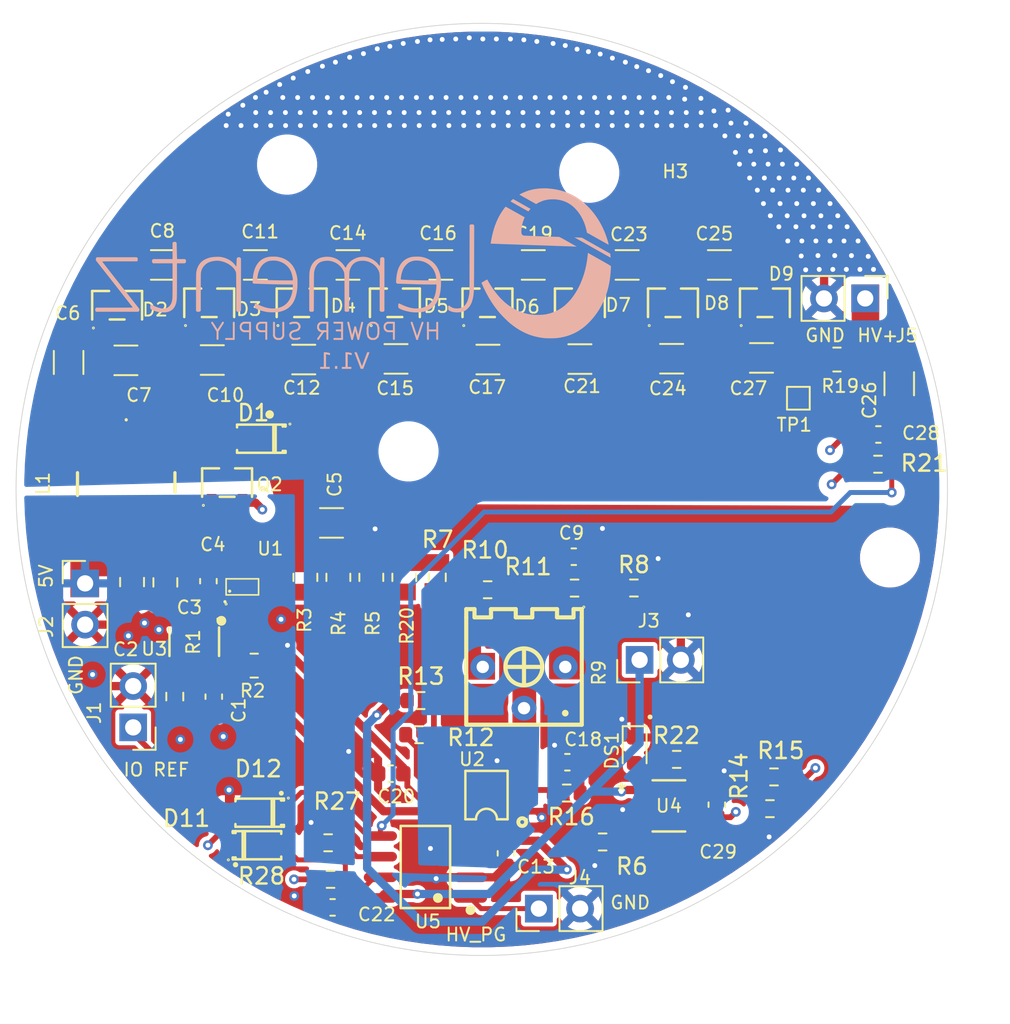
<source format=kicad_pcb>
(kicad_pcb (version 20241229) (generator "pcbnew") (generator_version "9.0")
  (title_block (title "HV_POWER_SUPPLY") (date "2025-09-30") (rev "V1.0") (company "ELEMENTZ ENGINEERS GUILD"))
  (layers (0 "F.Cu" signal) (4 "In1.Cu" signal) (6 "In2.Cu" signal) (2 "B.Cu" signal) (13 "F.Paste" user) (15 "B.Paste" user) (5 "F.SilkS" user "F.Silkscreen") (7 "B.SilkS" user "B.Silkscreen") (1 "F.Mask" user) (3 "B.Mask" user) (25 "Edge.Cuts" user))
  (net 0 "")
  (net 1 "GND")
  (net 2 "SYS_5V")
  (net 3 "/SW_NODE")
  (net 4 "Net-(C6-Pad2)")
  (net 5 "Net-(C10-Pad1)")
  (net 6 "Net-(C11-Pad1)")
  (net 7 "Net-(C10-Pad2)")
  (net 8 "Net-(C11-Pad2)")
  (net 9 "Net-(C12-Pad2)")
  (net 10 "Net-(C14-Pad2)")
  (net 11 "Net-(C15-Pad2)")
  (net 12 "Net-(C16-Pad2)")
  (net 13 "Net-(C17-Pad2)")
  (net 14 "Net-(C19-Pad2)")
  (net 15 "GEIGER_DETECTB")
  (net 16 "IO_VREF")
  (net 17 "POT_METER")
  (net 18 "Net-(J5-Pin_1)")
  (net 19 "/Page 2/HV_PG")
  (net 20 "Net-(U3-V+)")
  (net 21 "BOOST_EN")
  (net 22 "Net-(R3-Pad2)")
  (net 23 "Net-(R4-Pad2)")
  (net 24 "Net-(C5-Pad1)")
  (net 25 "Net-(C18-Pad1)")
  (net 26 "Net-(C21-Pad2)")
  (net 27 "Net-(C23-Pad2)")
  (net 28 "Net-(C24-Pad2)")
  (net 29 "/Page 2/DETECT_OUTPUT")
  (net 30 "Net-(C25-Pad2)")
  (net 31 "Net-(C27-Pad2)")
  (net 32 "Net-(DS1-Pad2)")
  (net 33 "Net-(Q2-G)")
  (net 34 "Net-(U3-SET)")
  (net 35 "Net-(R20-Pad1)")
  (net 36 "Net-(U4-SET)")
  (net 37 "Net-(R10-Pad1)")
  (net 38 "Net-(R20-Pad2)")
  (net 39 "Net-(R11-Pad2)")
  (net 40 "Net-(U4-DIV)")
  (net 41 "Net-(U4-OUT)")
  (net 42 "Net-(U1-A)")
  (net 44 "Net-(U2-HYST)")
  (net 45 "Net-(U2-IN+)")
  (net 46 "Net-(U5A-IN-)")
  (net 47 "Net-(U5B-IN+)")
  (footprint "HV_POWER_SUPPLY:BAV23S_SOT-23-3_L2.9-W1.6-P1.90-LS2.8-BR" (layer "F.Cu") (at 153.51 90.279436 -90)
    (property "Reference" "D2")
    (property "Value" "BAV23S")
  )
  (footprint "Capacitor_SMD:C_0603_1608Metric" (layer "F.Cu") (at 159.460653 114.36 -90)
    (property "Reference" "C1")
    (property "Value" "1uF")
  )
  (footprint "Connector_PinHeader_2.54mm:PinHeader_1x02_P2.54mm_Vertical" (layer "F.Cu") (at 154.5 116.25 180)
    (property "Reference" "J1")
    (property "Value" "Conn_01x02")
  )
  (footprint "HV_POWER_SUPPLY:BAV23S_SOT-23-3_L2.9-W1.6-P1.90-LS2.8-BR" (layer "F.Cu") (at 181.999962 90.129436 -90)
    (property "Reference" "D7")
    (property "Value" "BAV23S")
  )
  (footprint "HV_POWER_SUPPLY:BAV23S_SOT-23-3_L2.9-W1.6-P1.90-LS2.8-BR" (layer "F.Cu") (at 159.18 90.129436 -90)
    (property "Reference" "D3")
    (property "Value" "BAV23S")
  )
  (footprint "Resistor_SMD:R_0603_1608Metric" (layer "F.Cu") (at 187.96 118.22 180)
    (property "Reference" "R22")
    (property "Value" "330")
  )
  (footprint "Resistor_SMD:R_0603_1608Metric" (layer "F.Cu") (at 166.5 123.35 180)
    (property "Reference" "R27")
    (property "Value" "3Meg")
  )
  (footprint "Resistor_SMD:R_0805_2012Metric" (layer "F.Cu") (at 161.95 112.45)
    (property "Reference" "R2")
    (property "Value" "221")
  )
  (footprint "Capacitor_SMD:C_1206_3216Metric" (layer "F.Cu") (at 156.3 87.8)
    (property "Reference" "C8")
    (property "Value" "0.1uF")
  )
  (footprint "HV_POWER_SUPPLY:SOIC-8_L4.9-W3.8-P1.27-LS6.0-BL" (layer "F.Cu") (at 172.49 124.84 90)
    (property "Reference" "U5")
    (property "Value" "LTC1441CS8#PBF")
  )
  (footprint "Capacitor_SMD:C_0603_1608Metric" (layer "F.Cu") (at 181.23 118.394619 180)
    (property "Reference" "C18")
    (property "Value" "1uF")
  )
  (footprint "Capacitor_SMD:C_0805_2012Metric" (layer "F.Cu") (at 154.43 107.31 -90)
    (property "Reference" "C2")
    (property "Value" "10uF")
  )
  (footprint "Capacitor_SMD:C_1206_3216Metric" (layer "F.Cu") (at 179.13 87.8)
    (property "Reference" "C19")
    (property "Value" "0.1uF")
  )
  (footprint "Resistor_SMD:R_0603_1608Metric" (layer "F.Cu") (at 181.19 120.29)
    (property "Reference" "R16")
    (property "Value" "1K")
  )
  (footprint "HV_POWER_SUPPLY:SOT-23-3_L2.9-W1.6-P1.90-LS2.8-BR" (layer "F.Cu") (at 160.28 101.19 -90)
    (property "Reference" "Q2")
    (property "Value" "DMN10H220L-7")
  )
  (footprint "Capacitor_SMD:C_1206_3216Metric" (layer "F.Cu") (at 184.91 87.8)
    (property "Reference" "C23")
    (property "Value" "0.1uF")
  )
  (footprint "HV_POWER_SUPPLY:BAV23S_SOT-23-3_L2.9-W1.6-P1.90-LS2.8-BR" (layer "F.Cu") (at 170.61 90.129436 -90)
    (property "Reference" "D5")
    (property "Value" "BAV23S")
  )
  (footprint "HV_POWER_SUPPLY:BAV23S_SOT-23-3_L2.9-W1.6-P1.90-LS2.8-BR" (layer "F.Cu") (at 187.73 90.129436 -90)
    (property "Reference" "D8")
    (property "Value" "BAV23S")
  )
  (footprint "Capacitor_SMD:C_1206_3216Metric" (layer "F.Cu") (at 182 93.59)
    (property "Reference" "C21")
    (property "Value" "0.1uF")
  )
  (footprint "Capacitor_SMD:C_1206_3216Metric" (layer "F.Cu") (at 190.59 87.8)
    (property "Reference" "C25")
    (property "Value" "0.1uF")
  )
  (footprint "HV_POWER_SUPPLY:LPS6235473MRB" (layer "F.Cu") (at 154.07 101.18 -90)
    (property "Reference" "L1")
    (property "Value" "LPS6235-473MRB" (hide yes))
  )
  (footprint "Capacitor_SMD:C_1206_3216Metric" (layer "F.Cu") (at 159.37 93.65)
    (property "Reference" "C10")
    (property "Value" "0.1uF")
  )
  (footprint "HV_POWER_SUPPLY:BAV23S_SOT-23-3_L2.9-W1.6-P1.90-LS2.8-BR" (layer "F.Cu") (at 176.31 90.129436 -90)
    (property "Reference" "D6")
    (property "Value" "BAV23S")
  )
  (footprint "Capacitor_SMD:C_0603_1608Metric" (layer "F.Cu") (at 166.775 127.325 180)
    (property "Reference" "C22")
    (property "Value" "1uF")
  )
  (footprint "HV_POWER_SUPPLY:SOD-123_L2.8-W1.8-LS3.7-RD" (layer "F.Cu") (at 162.3 98.49 180)
    (property "Reference" "D1")
    (property "Value" "BAV21W-7-F")
  )
  (footprint "Resistor_SMD:R_0805_2012Metric" (layer "F.Cu") (at 165.1 107.02 -90)
    (property "Reference" "R3")
    (property "Value" "30Meg")
  )
  (footprint "Resistor_SMD:R_0603_1608Metric" (layer "F.Cu") (at 157.060653 114.355 -90)
    (property "Reference" "R1")
    (property "Value" "287K")
  )
  (footprint "Resistor_SMD:R_0603_1608Metric" (layer "F.Cu") (at 193.7 121.25)
    (property "Reference" "R14")
    (property "Value" "453K")
  )
  (footprint "Capacitor_SMD:C_0603_1608Metric" (layer "F.Cu") (at 181.625 105.75)
    (property "Reference" "C9")
    (property "Value" "47pF")
  )
  (footprint "HV_POWER_SUPPLY:MSOP-8_L3.0-W3.0-P0.65-LS4.9-BL" (layer "F.Cu") (at 176.25 120.427184 90)
    (property "Reference" "U2")
    (property "Value" "LTC1540IMS8#PBF")
  )
  (footprint "Capacitor_SMD:C_1206_3216Metric" (layer "F.Cu") (at 167.72 87.8)
    (property "Reference" "C14")
    (property "Value" "0.1uF")
  )
  (footprint "Resistor_SMD:R_0603_1608Metric" (layer "F.Cu") (at 172.1 116.7)
    (property "Reference" "R12")
    (property "Value" "127K")
  )
  (footprint "Connector_PinHeader_2.54mm:PinHeader_1x02_P2.54mm_Vertical" (layer "F.Cu") (at 199.565 89.86 -90)
    (property "Reference" "J5")
    (property "Value" "Conn_01x02")
  )
  (footprint "Resistor_SMD:R_0603_1608Metric" (layer "F.Cu") (at 166.65 125.6)
    (property "Reference" "R28")
    (property "Value" "2Meg")
  )
  (footprint "Capacitor_SMD:C_1206_3216Metric" (layer "F.Cu") (at 154.05 93.67)
    (property "Reference" "C7")
    (property "Value" "0.1uF")
  )
  (footprint "Capacitor_SMD:C_1206_3216Metric" (layer "F.Cu") (at 187.65 93.57)
    (property "Reference" "C24")
    (property "Value" "0.1uF")
  )
  (footprint "Capacitor_SMD:C_1206_3216Metric" (layer "F.Cu") (at 176.34 93.62)
    (property "Reference" "C17")
    (property "Value" "0.1uF")
  )
  (footprint "Capacitor_SMD:C_0603_1608Metric" (layer "F.Cu") (at 170.35 119.1 180)
    (property "Reference" "C20")
    (property "Value" "1uF")
  )
  (footprint "LED_SMD:LED_0603_1608Metric" (layer "F.Cu") (at 185.37 117.66 -90)
    (property "Reference" "DS1")
    (property "Value" "TLMS1000-GS08")
  )
  (footprint "Resistor_SMD:R_0805_2012Metric" (layer "F.Cu") (at 167.13 107.02 90)
    (property "Reference" "R4")
    (property "Value" "30Meg")
  )
  (footprint "HV_POWER_SUPPLY:SOD-123_L2.8-W1.8-LS3.7-RD" (layer "F.Cu") (at 162.2 121.5 180)
    (property "Reference" "D12")
    (property "Value" "BAV21W-7-F")
  )
  (footprint "Connector_PinHeader_2.54mm:PinHeader_1x02_P2.54mm_Vertical" (layer "F.Cu") (at 179.475 127.4 90)
    (property "Reference" "J4")
    (property "Value" "Conn_01x02")
  )
  (footprint "Resistor_SMD:R_0805_2012Metric" (layer "F.Cu") (at 169.16 107.02 -90)
    (property "Reference" "R5")
    (property "Value" "30Meg")
  )
  (footprint "MountingHole:MountingHole_3.2mm_M3" (layer "F.Cu") (at 182.575 82.125)
    (property "Reference" "H3")
    (property "Value" "MountingHole")
  )
  (footprint "HV_POWER_SUPPLY:BAV23S_SOT-23-3_L2.9-W1.6-P1.90-LS2.8-BR" (layer "F.Cu") (at 164.87 90.129436 -90)
    (property "Reference" "D4")
    (property "Value" "BAV23S")
  )
  (footprint "Capacitor_SMD:C_1206_3216Metric" (layer "F.Cu") (at 173.44 87.8)
    (property "Reference" "C16")
    (property "Value" "0.1uF")
  )
  (footprint "HV_POWER_SUPPLY:TSOT-23_S6_LIT" (layer "F.Cu") (at 187.48 121.08)
    (property "Reference" "U4")
    (property "Value" "LTC6994CS6-1-TRMPBF")
  )
  (footprint "Resistor_SMD:R_0603_1608Metric" (layer "F.Cu") (at 200.35 100.06 180)
    (property "Reference" "R21")
    (property "Value" "200K")
  )
  (footprint "Capacitor_SMD:C_1206_3216Metric" (layer "F.Cu") (at 170.68 93.58)
    (property "Reference" "C15")
    (property "Value" "0.1uF")
  )
  (footprint "MountingHole:MountingHole_3.2mm_M3" (layer "F.Cu") (at 163.975 81.625)
    (property "Reference" "H1" (hide yes))
    (property "Value" "MountingHole")
  )
  (footprint "MountingHole:MountingHole_3.2mm_M3" (layer "F.Cu") (at 201.09 105.8)
    (property "Reference" "H4" (hide yes))
    (property "Value" "MountingHole")
  )
  (footprint "Capacitor_SMD:C_1206_3216Metric" (layer "F.Cu") (at 162.02 87.8)
    (property "Reference" "C11")
    (property "Value" "0.1uF")
  )
  (footprint "HV_POWER_SUPPLY:SC-70-5_L2.0-W1.3-P0.65-LS2.1-BR" (layer "F.Cu") (at 161.22 107.61 -90)
    (property "Reference" "U1")
    (property "Value" "SN74LVC1G08DCKR_C5279048")
  )
  (footprint "Capacitor_SMD:C_0603_1608Metric" (layer "F.Cu") (at 159.13 107.255 -90)
    (property "Reference" "C4")
    (property "Value" "1uF")
  )
  (footprint "Resistor_SMD:R_0603_1608Metric" (layer "F.Cu") (at 181.6725 107.68)
    (property "Reference" "R11")
    (property "Value" "1Meg")
  )
  (footprint "Capacitor_SMD:C_0805_2012Metric" (layer "F.Cu") (at 156.48 107.33 -90)
    (property "Reference" "C3")
    (property "Value" "10uF")
  )
  (footprint "Capacitor_SMD:C_0603_1608Metric" (layer "F.Cu") (at 200.375 98.23 180)
    (property "Reference" "C28")
    (property "Value" "250pF")
  )
  (footprint "Resistor_SMD:R_0603_1608Metric" (layer "F.Cu") (at 172.2 114.6 180)
    (property "Reference" "R13")
    (property "Value" "453K")
  )
  (footprint "Resistor_SMD:R_0805_2012Metric" (layer "F.Cu") (at 171.19 107.02 90)
    (property "Reference" "R20")
    (property "Value" "30Meg")
  )
  (footprint "Resistor_SMD:R_0603_1608Metric" (layer "F.Cu") (at 183.4 123.3 180)
    (property "Reference" "R6")
    (property "Value" "127K")
  )
  (footprint "HV_POWER_SUPPLY:RES-ADJ-TH_3362P" (layer "F.Cu") (at 178.559995 113.8 180)
    (property "Reference" "R9")
    (property "Value" "3362P-1-205LF")
  )
  (footprint "Resistor_SMD:R_0603_1608Metric" (layer "F.Cu") (at 173.22 107.02 -90)
    (property "Reference" "R7")
    (property "Value" "3Meg")
  )
  (footprint "Resistor_SMD:R_0603_1608Metric" (layer "F.Cu") (at 193.95 119.3 180)
    (property "Reference" "R15")
    (property "Value" "127K")
  )
  (footprint "Capacitor_SMD:C_1206_3216Metric" (layer "F.Cu") (at 193.18 93.52)
    (property "Reference" "C27")
    (property "Value" "0.1uF")
  )
  (footprint "Capacitor_SMD:C_0603_1608Metric" (layer "F.Cu") (at 190.43 121.005 90)
    (property "Reference" "C29")
    (property "Value" "1uF")
  )
  (footprint "HV_POWER_SUPPLY:BAV23S_SOT-23-3_L2.9-W1.6-P1.90-LS2.8-BR" (layer "F.Cu") (at 193.39 90.129436 -90)
    (property "Reference" "D9")
    (property "Value" "BAV23S")
  )
  (footprint "Capacitor_SMD:C_1206_3216Metric" (layer "F.Cu") (at 201.66 95.11 -90)
    (property "Reference" "C26")
    (property "Value" "10pF")
  )
  (footprint "TestPoint:TestPoint_Pad_1.0x1.0mm" (layer "F.Cu") (at 195.45 96 -90)
    (property "Reference" "TP1")
    (property "Value" "TestPoint")
  )
  (footprint "Capacitor_SMD:C_1206_3216Metric" (layer "F.Cu") (at 150.525 93.8 90)
    (property "Reference" "C6")
    (property "Value" "0.1uF")
  )
  (footprint "HV_POWER_SUPPLY:TSOT-23-6_L2.9-W1.6-P0.95-LS2.8-BR" (layer "F.Cu") (at 158.260038 110.979975 90)
    (property "Reference" "U3")
    (property "Value" "LTC6906IS6#TRPBF")
  )
  (footprint "Connector_PinHeader_2.54mm:PinHeader_1x02_P2.54mm_Vertical" (layer "F.Cu") (at 151.54 107.39)
    (property "Reference" "J2")
    (property "Value" "Conn_01x02")
  )
  (footprint "Resistor_SMD:R_0603_1608Metric" (layer "F.Cu") (at 176.3225 107.7825)
    (property "Reference" "R10")
    (property "Value" "1Meg")
  )
  (footprint "MountingHole:MountingHole_3.2mm_M3" (layer "F.Cu") (at 171.45 99.27)
    (property "Reference" "H2" (hide yes))
    (property "Value" "MountingHole")
  )
  (footprint "Capacitor_SMD:C_0603_1608Metric" (layer "F.Cu") (at 177.45 124 -90)
    (property "Reference" "C13")
    (property "Value" "47pF")
  )
  (footprint "Connector_PinHeader_2.54mm:PinHeader_1x02_P2.54mm_Vertical" (layer "F.Cu") (at 185.675 112.1 90)
    (property "Reference" "J3")
    (property "Value" "Conn_01x02")
  )
  (footprint "Capacitor_SMD:C_1206_3216Metric" (layer "F.Cu") (at 166.71 103.67)
    (property "Reference" "C5")
    (property "Value" "0.1uF")
  )
  (footprint "Resistor_SMD:R_0805_2012Metric" (layer "F.Cu") (at 197.8275 93.62)
    (property "Reference" "R19")
    (property "Value" "30Meg")
  )
  (footprint "Resistor_SMD:R_0603_1608Metric" (layer "F.Cu") (at 185.325 107.675)
    (property "Reference" "R8")
    (property "Value" "2.7Meg")
  )
  (footprint "Capacitor_SMD:C_1206_3216Metric" (layer "F.Cu") (at 165 93.62)
    (property "Reference" "C12")
    (property "Value" "0.1uF")
  )
  (footprint "HV_POWER_SUPPLY:SOD-123_L2.8-W1.8-LS3.7-RD" (layer "F.Cu") (at 162.207595 123.5)
    (property "Reference" "D11")
    (property "Value" "BAV21W-7-F")
  )
  (gr_poly (pts (xy 181.12 91.43) (xy 181.12 94.476056) (xy 177.17 94.476056) (xy 177.17 91.43)) (stroke (width 0.05)) (fill yes) (layer "F.Cu") (net 13))
  (gr_poly (pts (xy 186.83 91.42) (xy 186.83 94.466056) (xy 182.88 94.466056) (xy 182.88 91.42)) (stroke (width 0.05)) (fill yes) (layer "F.Cu") (net 26))
  (gr_poly (pts (xy 158.96 109.37) (xy 158.96 110.21) (xy 159.54 110.21) (xy 160.73 109.14) (xy 160.73 108.3) (xy 160.36 108.3) (xy 159.47 109.37)) (stroke (width 0.05)) (fill yes) (layer "F.Cu") (net 42))
  (gr_poly (pts (xy 188.375 120.35) (xy 188.375 117.775) (xy 189.2 117.775) (xy 189.2 120.35)) (stroke (width 0.1)) (fill yes) (layer "F.Cu") (net 41))
  (gr_poly (pts (xy 169.86 105.6) (xy 169.86 106.58) (xy 166.39 106.58) (xy 166.39 105.6)) (stroke (width 0.05)) (fill yes) (layer "F.Cu") (net 23))
  (gr_poly (pts (xy 203.3 96.743724) (xy 203.3 100.680724) (xy 203.173 100.807724) (xy 200.887 100.807724) (xy 200.76 100.680724) (xy 200.76 96.108724) (xy 200.887 95.981724) (xy 202.538 95.981724)) (fill yes) (layer "F.Cu") (net 15))
  (gr_curve (pts (xy 195.45 96) (xy 195.45 96) (xy 195.45 96) (xy 195.45 96)) (stroke (width 0.2)) (layer "F.Cu"))
  (gr_poly (pts (xy 183.942342 86.93) (xy 183.942342 88.65) (xy 182.812342 88.65) (xy 182.322342 88.94) (xy 181.722342 88.94) (xy 181.082342 88.65) (xy 180.052342 88.65) (xy 180.052342 86.93) (xy 180.082342 86.93)) (stroke (width 0.05)) (fill yes) (layer "F.Cu") (net 14))
  (gr_poly (pts (xy 149.7 94.7) (xy 151.5 94.7) (xy 151.5 97.9) (xy 161 97.9) (xy 161 100.4) (xy 149.7 100.4)) (stroke (width 0.05)) (fill yes) (layer "F.Cu") (net 3))
  (gr_poly (pts (xy 169.8 91.45) (xy 169.8 94.496056) (xy 165.85 94.496056) (xy 165.85 91.45)) (stroke (width 0.05)) (fill yes) (layer "F.Cu") (net 9))
  (gr_poly (pts (xy 191.53 86.9) (xy 191.53 88.68) (xy 193.1 88.68) (xy 193.1 89.42) (xy 193.68 89.42) (xy 193.68 86.9)) (stroke (width 0.05)) (fill yes) (layer "F.Cu") (net 30))
  (gr_poly (pts (xy 166.79339 86.93) (xy 166.79339 88.65) (xy 165.66339 88.65) (xy 165.17339 88.94) (xy 164.57339 88.94) (xy 163.93339 88.65) (xy 162.90339 88.65) (xy 162.90339 86.93) (xy 162.93339 86.93)) (stroke (width 0.05)) (fill yes) (layer "F.Cu") (net 8))
  (gr_poly (pts (xy 194.06 90.84) (xy 194.06 94.42) (xy 197.4 94.42) (xy 197.4 92.67)) (stroke (width 0.05)) (fill yes) (layer "F.Cu") (net 31))
  (gr_poly (pts (xy 192.47 91.39) (xy 192.47 94.436056) (xy 188.52 94.436056) (xy 188.52 91.39)) (stroke (width 0.05)) (fill yes) (layer "F.Cu") (net 28))
  (gr_poly (pts (xy 178.221672 86.93248) (xy 178.221672 88.65248) (xy 177.091672 88.65248) (xy 176.601672 88.94248) (xy 176.001672 88.94248) (xy 175.361672 88.65248) (xy 174.331672 88.65248) (xy 174.331672 86.93248) (xy 174.361672 86.93248)) (stroke (width 0.05)) (fill yes) (layer "F.Cu") (net 12))
  (gr_poly (pts (xy 172.46 107.4) (xy 174.86 107.4) (xy 174.86 107.13) (xy 175.89 107.13) (xy 175.89 111.69) (xy 176.75 111.69) (xy 176.75 113.29) (xy 175 113.29) (xy 175 108.78) (xy 172.46 108.78)) (stroke (width 0.05)) (fill yes) (layer "F.Cu") (net 37))
  (gr_poly (pts (xy 152 91) (xy 153.1 91) (xy 153.1 95.2) (xy 165.7 95.2) (xy 165.7 106.6) (xy 164.5 106.6) (xy 162.4 98.8) (xy 162.4 96.5) (xy 152 96.5) (xy 152 94.5)) (stroke (width 0.2)) (fill yes) (layer "F.Cu") (net 24))
  (gr_poly (pts (xy 151.4 91.75) (xy 151.4 92.88) (xy 149.69 92.88) (xy 149.69 91.79) (xy 152.1 86.93) (xy 155.35 86.93) (xy 155.35 88.67) (xy 153.8 88.67) (xy 153.8 89.58) (xy 151.89 89.58)) (stroke (width 0.05)) (fill yes) (layer "F.Cu") (net 4))
  (gr_poly (pts (xy 180.2 113.2) (xy 182.275 113.2) (xy 184.82 108.17) (xy 184.825 107.075) (xy 182.175 107.075) (xy 182.15 108.65) (xy 180.2 111.8)) (stroke (width 0.2)) (fill yes) (layer "F.Cu") (net 39))
  (gr_poly (pts (xy 189.681672 86.92248) (xy 189.681672 88.64248) (xy 188.551672 88.64248) (xy 188.061672 88.93248) (xy 187.461672 88.93248) (xy 186.821672 88.64248) (xy 185.791672 88.64248) (xy 185.791672 86.92248) (xy 185.821672 86.92248)) (stroke (width 0.05)) (fill yes) (layer "F.Cu") (net 27))
  (gr_poly (pts (xy 158.96 111.8) (xy 161.52 111.8) (xy 161.52 114.02) (xy 158.96 114.02)) (stroke (width 0.05)) (fill yes) (layer "F.Cu") (net 20))
  (gr_poly (pts (xy 173.929184 105.62) (xy 173.929184 106.6) (xy 170.459184 106.6) (xy 170.459184 105.62)) (stroke (width 0.05)) (fill yes) (layer "F.Cu") (net 38))
  (gr_poly (pts (xy 164.152376 91.473944) (xy 164.152376 94.52) (xy 160.202376 94.52) (xy 160.202376 91.473944)) (stroke (width 0.05)) (fill yes) (layer "F.Cu") (net 7))
  (gr_poly (pts (xy 172.511672 86.93248) (xy 172.511672 88.65248) (xy 171.381672 88.65248) (xy 170.891672 88.94248) (xy 170.291672 88.94248) (xy 169.651672 88.65248) (xy 168.621672 88.65248) (xy 168.621672 86.93248) (xy 168.651672 86.93248)) (stroke (width 0.05)) (fill yes) (layer "F.Cu") (net 10))
  (gr_poly (pts (xy 161.1 86.93) (xy 161.1 88.65) (xy 159.97 88.65) (xy 159.48 88.94) (xy 158.88 88.94) (xy 158.24 88.65) (xy 157.21 88.65) (xy 157.21 86.93) (xy 157.24 86.93)) (stroke (width 0.05)) (fill yes) (layer "F.Cu") (net 6))
  (gr_poly (pts (xy 157.38 102.19) (xy 160.74 106.08) (xy 160.74 106.93) (xy 152.38 106.93) (xy 152.38 108.22) (xy 150.66 108.22) (xy 150.66 102.19) (xy 150.81 102.19)) (stroke (width 0.05)) (fill yes) (layer "F.Cu") (net 2))
  (gr_poly (pts (xy 175.45 91.44) (xy 175.45 94.486056) (xy 171.5 94.486056) (xy 171.5 91.44)) (stroke (width 0.05)) (fill yes) (layer "F.Cu") (net 11))
  (gr_poly (pts (xy 167.81 107.44) (xy 167.81 108.42) (xy 164.34 108.42) (xy 164.34 107.44)) (stroke (width 0.05)) (fill yes) (layer "F.Cu") (net 22))
  (gr_poly (pts (xy 202.54 94.27) (xy 202.54 93.08) (xy 200.4 93.08) (xy 200.41 89.03) (xy 198.75 89.03) (xy 198.76 92.98) (xy 198.25 92.98) (xy 198.25 94.27)) (stroke (width 0.05)) (fill yes) (layer "F.Cu") (net 18))
  (gr_poly (pts (xy 158.4 91.473944) (xy 158.4 94.52) (xy 154.45 94.52) (xy 154.45 91.473944)) (stroke (width 0.05)) (fill yes) (layer "F.Cu") (net 5))
  (gr_poly (pts (xy 177.87 119.61) (xy 177.88 110.9) (xy 176.74 110.9) (xy 176.74 107.12) (xy 180.25 107.12) (xy 180.25 105.29) (xy 181.28 105.29) (xy 181.28 108.41) (xy 179.28 108.42) (xy 179.29 119.61) (xy 177.87 119.61)) (stroke (width 0.05)) (fill yes) (layer "F.Cu") (net 17))
  (gr_poly (pts (xy 171.87 107.43) (xy 171.87 108.41) (xy 168.4 108.41) (xy 168.4 107.43)) (stroke (width 0.05)) (fill yes) (layer "F.Cu") (net 35))
  (gr_circle (center 163.616207 120.3) (end 163.616207 120.4) (stroke (width 0.1)) (fill yes) (layer "F.SilkS"))
  (gr_circle (center 160.8 124.7) (end 160.9 124.75) (stroke (width 0.1)) (fill yes) (layer "F.SilkS"))
  (gr_circle (center 162.9 97) (end 163.05 97.15) (stroke (width 0.1)) (fill yes) (layer "F.SilkS"))
  (gr_circle (center 186.32 115.61) (end 186.22 115.61) (stroke (width 0.1)) (fill yes) (layer "F.SilkS"))
  (gr_poly (pts (xy 181.716244 86.10751) (xy 181.803738 86.110421) (xy 181.870932 86.112772) (xy 181.94352 86.115594) (xy 182.120394 86.121653) (xy 182.995371 86.614704) (xy 183.870348 87.106749) (xy 183.882387 87.229) (xy 183.887106 87.276267) (xy 183.890374 87.315386) (xy 183.891383 87.330647) (xy 183.891931 87.342381) (xy 183.891986 87.350089) (xy 183.891819 87.352278) (xy 183.891516 87.353274) (xy 183.805337 87.30634) (xy 183.573271 87.177095) (xy 182.812412 86.750091) (xy 181.701029 86.125701) (xy 181.665709 86.106505)) (stroke (width -0.000001)) (fill yes) (layer "B.SilkS"))
  (gr_poly (pts (xy 163.226014 87.287211) (xy 163.281775 87.289205) (xy 163.322675 87.292632) (xy 163.362989 87.298535) (xy 163.407069 87.306155) (xy 163.453281 87.315126) (xy 163.499991 87.32508) (xy 163.545563 87.335651) (xy 163.588365 87.346471) (xy 163.626762 87.357173) (xy 163.65912 87.36739) (xy 163.754954 87.404795) (xy 163.801007 87.425407) (xy 163.845817 87.447294) (xy 163.889385 87.470457) (xy 163.93171 87.494894) (xy 163.972793 87.520608) (xy 164.012635 87.547599) (xy 164.051234 87.575867) (xy 164.088592 87.605412) (xy 164.124708 87.636236) (xy 164.159584 87.668339) (xy 164.193218 87.701721) (xy 164.225611 87.736383) (xy 164.256764 87.772326) (xy 164.286676 87.80955) (xy 164.315348 87.848056) (xy 164.34278 87.887844) (xy 164.368972 87.928914) (xy 164.393925 87.971268) (xy 164.417638 88.014906) (xy 164.440111 88.059828) (xy 164.481341 88.153528) (xy 164.517615 88.252372) (xy 164.548936 88.356366) (xy 164.575305 88.465512) (xy 164.596723 88.579816) (xy 164.600985 88.609638) (xy 164.60468 88.64416) (xy 164.610363 88.724986) (xy 164.613773 88.817653) (xy 164.61491 88.917519) (xy 164.613773 89.019943) (xy 164.610363 89.120284) (xy 164.60468 89.2139) (xy 164.596723 89.29615) (xy 164.575064 89.448018) (xy 164.547149 89.590747) (xy 164.512878 89.724458) (xy 164.472153 89.849268) (xy 164.424875 89.9653) (xy 164.370943 90.072672) (xy 164.341452 90.123148) (xy 164.31026 90.171504) (xy 164.277355 90.217755) (xy 164.242726 90.261917) (xy 164.206358 90.304003) (xy 164.168241 90.34403) (xy 164.128362 90.382011) (xy 164.086708 90.417963) (xy 164.043266 90.451899) (xy 163.998026 90.483836) (xy 163.950973 90.513787) (xy 163.902096 90.541769) (xy 163.851383 90.567795) (xy 163.79882 90.591881) (xy 163.688098 90.634294) (xy 163.569832 90.669126) (xy 163.443921 90.696497) (xy 163.41201 90.701446) (xy 163.375428 90.705687) (xy 163.290773 90.712061) (xy 163.195013 90.715641) (xy 163.093202 90.716451) (xy 162.990397 90.714515) (xy 162.891653 90.709856) (xy 162.802025 90.702497) (xy 162.76221 90.697812) (xy 162.726569 90.692462) (xy 162.606103 90.668888) (xy 162.487259 90.640661) (xy 162.373554 90.609001) (xy 162.268503 90.575127) (xy 162.175623 90.540259) (xy 162.134847 90.522834) (xy 162.098432 90.505617) (xy 162.066819 90.488762) (xy 162.040447 90.47242) (xy 162.019754 90.456745) (xy 162.005182 90.441888) (xy 162.001947 90.437595) (xy 161.99905 90.433365) (xy 161.997724 90.431241) (xy 161.996476 90.429094) (xy 161.995305 90.42691) (xy 161.994209 90.424677) (xy 161.993185 90.422382) (xy 161.992232 90.420012) (xy 161.991347 90.417554) (xy 161.990528 90.414995) (xy 161.989774 90.412322) (xy 161.989082 90.409522) (xy 161.988451 90.406583) (xy 161.987877 90.40349) (xy 161.98736 90.400232) (xy 161.986898 90.396795) (xy 161.986127 90.389334) (xy 161.985548 90.381002) (xy 161.985145 90.371697) (xy 161.984902 90.361314) (xy 161.984803 90.349751) (xy 161.984831 90.336903) (xy 161.984969 90.322667) (xy 161.985415 90.291186) (xy 161.986164 90.263721) (xy 161.987472 90.240142) (xy 161.989595 90.220321) (xy 161.991043 90.211779) (xy 161.99279 90.204129) (xy 161.99487 90.197353) (xy 161.997313 90.191437) (xy 162.000152 90.186363) (xy 162.003419 90.182116) (xy 162.007146 90.17868) (xy 162.011364 90.176038) (xy 162.016107 90.174175) (xy 162.021406 90.173074) (xy 162.027292 90.172719) (xy 162.033799 90.173095) (xy 162.040957 90.174185) (xy 162.0488 90.175973) (xy 162.057358 90.178442) (xy 162.066664 90.181578) (xy 162.087649 90.189782) (xy 162.11201 90.200456) (xy 162.171884 90.2287) (xy 162.253574 90.266477) (xy 162.332818 90.301027) (xy 162.409798 90.332388) (xy 162.484695 90.360601) (xy 162.557692 90.385706) (xy 162.628971 90.407743) (xy 162.698714 90.426752) (xy 162.767103 90.442773) (xy 162.83432 90.455845) (xy 162.900547 90.466009) (xy 162.965966 90.473305) (xy 163.030759 90.477773) (xy 163.095109 90.479453) (xy 163.159196 90.478384) (xy 163.223204 90.474607) (xy 163.287314 90.468161) (xy 163.342321 90.460345) (xy 163.395945 90.450545) (xy 163.448178 90.438769) (xy 163.499011 90.425029) (xy 163.548433 90.409335) (xy 163.596437 90.391696) (xy 163.643014 90.372123) (xy 163.688153 90.350627) (xy 163.731846 90.327217) (xy 163.774085 90.301904) (xy 163.814859 90.274697) (xy 163.85416 90.245607) (xy 163.891979 90.214644) (xy 163.928307 90.181818) (xy 163.963134 90.14714) (xy 163.996452 90.11062) (xy 164.028251 90.072267) (xy 164.058523 90.032092) (xy 164.087259 89.990106) (xy 164.114448 89.946317) (xy 164.140083 89.900737) (xy 164.164154 89.853376) (xy 164.186653 89.804244) (xy 164.207569 89.753351) (xy 164.226894 89.700707) (xy 164.244619 89.646322) (xy 164.260735 89.590207) (xy 164.275233 89.532372) (xy 164.288104 89.472826) (xy 164.299338 89.411581) (xy 164.316861 89.284031) (xy 164.319078 89.262274) (xy 164.321154 89.238434) (xy 164.324689 89.187536) (xy 164.326055 89.161994) (xy 164.327089 89.137401) (xy 164.327744 89.114512) (xy 164.327973 89.094087) (xy 164.327973 89.00315) (xy 163.951114 89.00315) (xy 163.677214 89.00173) (xy 163.373951 88.996332) (xy 162.971043 88.985252) (xy 162.398208 88.966783) (xy 161.908186 88.950617) (xy 161.878884 88.924344) (xy 161.8506 88.897066) (xy 161.856659 88.745512) (xy 161.860878 88.679362) (xy 162.139971 88.679362) (xy 162.140147 88.684505) (xy 162.140627 88.688716) (xy 162.140991 88.690501) (xy 162.141443 88.692088) (xy 162.141987 88.693488) (xy 162.142627 88.694714) (xy 162.143366 88.695777) (xy 162.144208 88.696687) (xy 162.145158 88.697459) (xy 162.146219 88.698101) (xy 162.147395 88.698628) (xy 162.14869 88.699049) (xy 162.151653 88.699624) (xy 162.155138 88.699919) (xy 162.1638 88.700044) (xy 162.194824 88.701276) (xy 162.258902 88.704593) (xy 162.448716 88.715204) (xy 162.759433 88.730105) (xy 163.112016 88.741219) (xy 163.489604 88.748166) (xy 163.875338 88.750566) (xy 164.327973 88.750566) (xy 164.327973 88.714185) (xy 164.327358 88.690712) (xy 164.325558 88.664821) (xy 164.322645 88.636819) (xy 164.31869 88.607013) (xy 164.307939 88.543214) (xy 164.293873 88.475873) (xy 164.277061 88.407444) (xy 164.25807 88.340376) (xy 164.23747 88.27712) (xy 164.226744 88.247689) (xy 164.215829 88.220129) (xy 164.201124 88.186426) (xy 164.185255 88.15334) (xy 164.168245 88.120889) (xy 164.150121 88.089091) (xy 164.130907 88.057965) (xy 164.110627 88.02753) (xy 164.089308 87.997803) (xy 164.066974 87.968804) (xy 164.01936 87.913062) (xy 163.967985 87.860452) (xy 163.913049 87.811122) (xy 163.854752 87.765219) (xy 163.793294 87.722893) (xy 163.728875 87.68429) (xy 163.661693 87.649558) (xy 163.59195 87.618847) (xy 163.519844 87.592303) (xy 163.445575 87.570075) (xy 163.369344 87.552311) (xy 163.291349 87.539158) (xy 163.270868 87.536762) (xy 163.247602 87.534874) (xy 163.194453 87.532569) (xy 163.135384 87.532135) (xy 163.073875 87.533466) (xy 163.013408 87.536455) (xy 162.957464 87.540996) (xy 162.909524 87.546981) (xy 162.889643 87.550483) (xy 162.873069 87.554305) (xy 162.847778 87.561284) (xy 162.822348 87.56931) (xy 162.796853 87.578339) (xy 162.771368 87.588328) (xy 162.745965 87.599235) (xy 162.720719 87.611017) (xy 162.695705 87.62363) (xy 162.670995 87.637032) (xy 162.646664 87.65118) (xy 162.622787 87.666031) (xy 162.599436 87.681541) (xy 162.576687 87.697669) (xy 162.554613 87.714371) (xy 162.533288 87.731604) (xy 162.512785 87.749326) (xy 162.49318 87.767493) (xy 162.457739 87.803769) (xy 162.423826 87.84316) (xy 162.391499 87.885514) (xy 162.360819 87.930679) (xy 162.331843 87.978502) (xy 162.304632 88.028831) (xy 162.279245 88.081514) (xy 162.25574 88.136397) (xy 162.234177 88.193328) (xy 162.214615 88.252156) (xy 162.197114 88.312727) (xy 162.181732 88.374889) (xy 162.168528 88.438489) (xy 162.157562 88.503376) (xy 162.148894 88.569396) (xy 162.142581 88.636398) (xy 162.140964 88.657406) (xy 162.140411 88.665906) (xy 162.14007 88.673193) (xy 162.139971 88.679362) (xy 161.860878 88.679362) (xy 161.866438 88.592189) (xy 161.883599 88.446764) (xy 161.908066 88.309346) (xy 161.93976 88.180044) (xy 161.978606 88.058964) (xy 162.024527 87.946216) (xy 162.077444 87.841906) (xy 162.137283 87.746144) (xy 162.203965 87.659038) (xy 162.239848 87.618764) (xy 162.277414 87.580694) (xy 162.316651 87.544843) (xy 162.357552 87.511222) (xy 162.400106 87.479847) (xy 162.444303 87.45073) (xy 162.490135 87.423884) (xy 162.537591 87.399325) (xy 162.586661 87.377064) (xy 162.637337 87.357115) (xy 162.689608 87.339492) (xy 162.743465 87.324209) (xy 162.855898 87.300715) (xy 162.897128 87.295847) (xy 162.953124 87.291916) (xy 163.018948 87.289004) (xy 163.089663 87.287193) (xy 163.160331 87.286568)) (stroke (width -0.000001)) (fill yes) (layer "B.SilkS"))
  (gr_poly (pts (xy 166.517483 87.297572) (xy 166.577017 87.301856) (xy 166.635841 87.308746) (xy 166.693852 87.318231) (xy 166.750945 87.330303) (xy 166.807018 87.344954) (xy 166.861967 87.362173) (xy 166.915689 87.381953) (xy 166.96808 87.404284) (xy 167.019036 87.429157) (xy 167.056254 87.449529) (xy 167.093173 87.471555) (xy 167.129687 87.495138) (xy 167.16569 87.52018) (xy 167.201076 87.546584) (xy 167.23574 87.574253) (xy 167.269573 87.603087) (xy 167.302471 87.63299) (xy 167.334328 87.663865) (xy 167.365036 87.695612) (xy 167.39449 87.728135) (xy 167.422584 87.761336) (xy 167.449211 87.795117) (xy 167.474265 87.829381) (xy 167.497641 87.864029) (xy 167.519231 87.898964) (xy 167.523046 87.905507) (xy 167.52693 87.911853) (xy 167.530853 87.91797) (xy 167.534786 87.923829) (xy 167.538697 87.929398) (xy 167.542558 87.934646) (xy 167.546337 87.939542) (xy 167.550006 87.944055) (xy 167.553533 87.948153) (xy 167.556889 87.951805) (xy 167.560045 87.954981) (xy 167.562968 87.957649) (xy 167.565631 87.959779) (xy 167.568003 87.961338) (xy 167.570053 87.962297) (xy 167.570948 87.962541) (xy 167.571752 87.962623) (xy 167.572639 87.962547) (xy 167.573589 87.962319) (xy 167.574598 87.961943) (xy 167.575664 87.961421) (xy 167.576786 87.960757) (xy 167.577959 87.959952) (xy 167.579184 87.95901) (xy 167.580456 87.957934) (xy 167.581773 87.956726) (xy 167.583134 87.955389) (xy 167.585976 87.952339) (xy 167.588962 87.948806) (xy 167.592074 87.944814) (xy 167.595294 87.940383) (xy 167.598601 87.935536) (xy 167.601978 87.930295) (xy 167.605405 87.924683) (xy 167.608864 87.918722) (xy 167.612336 87.912434) (xy 167.615802 87.90584) (xy 167.619244 87.898964) (xy 167.645213 87.850375) (xy 167.674869 87.802833) (xy 167.708016 87.756487) (xy 167.74446 87.711485) (xy 167.784005 87.667974) (xy 167.826457 87.626102) (xy 167.87162 87.586019) (xy 167.919298 87.547871) (xy 167.969297 87.511806) (xy 168.021422 87.477974) (xy 168.075478 87.446521) (xy 168.131268 87.417597) (xy 168.188599 87.391348) (xy 168.247275 87.367923) (xy 168.307101 87.34747) (xy 168.367882 87.330137) (xy 168.392349 87.324183) (xy 168.418603 87.318829) (xy 168.446393 87.314081) (xy 168.47547 87.309948) (xy 168.505584 87.306436) (xy 168.536483 87.303553) (xy 168.599641 87.299703) (xy 168.66294 87.298458) (xy 168.694018 87.29883) (xy 168.724381 87.299876) (xy 168.753779 87.301603) (xy 168.781962 87.304018) (xy 168.808679 87.307128) (xy 168.833681 87.310941) (xy 168.888703 87.3222) (xy 168.943439 87.336217) (xy 168.997742 87.352905) (xy 169.051465 87.372183) (xy 169.104461 87.393964) (xy 169.156585 87.418165) (xy 169.207689 87.444701) (xy 169.257627 87.473488) (xy 169.306251 87.504442) (xy 169.353416 87.537478) (xy 169.398974 87.572513) (xy 169.442779 87.609461) (xy 169.484685 87.648238) (xy 169.524543 87.688761) (xy 169.562209 87.730944) (xy 169.597534 87.774703) (xy 169.609246 87.789944) (xy 169.620757 87.804379) (xy 169.631757 87.817677) (xy 169.641934 87.829508) (xy 169.650976 87.839539) (xy 169.658572 87.847439) (xy 169.664409 87.852876) (xy 169.666571 87.854568) (xy 169.668177 87.85552) (xy 169.669661 87.855902) (xy 169.671088 87.855893) (xy 169.672462 87.855471) (xy 169.673783 87.854611) (xy 169.675056 87.853292) (xy 169.676281 87.851488) (xy 169.677462 87.849178) (xy 169.678601 87.846338) (xy 169.6797 87.842943) (xy 169.680762 87.838972) (xy 169.681789 87.834401) (xy 169.682783 87.829207) (xy 169.683747 87.823365) (xy 169.684683 87.816853) (xy 169.686482 87.801727) (xy 169.688199 87.78364) (xy 169.689854 87.762406) (xy 169.691464 87.73784) (xy 169.693049 87.709754) (xy 169.69463 87.677962) (xy 169.696224 87.642278) (xy 169.697851 87.602514) (xy 169.69953 87.558486) (xy 169.705616 87.391771) (xy 169.736969 87.358434) (xy 169.742199 87.353077) (xy 169.747003 87.348343) (xy 169.751498 87.344196) (xy 169.753665 87.34233) (xy 169.7558 87.340596) (xy 169.757915 87.338989) (xy 169.760026 87.337505) (xy 169.762147 87.336139) (xy 169.764293 87.334885) (xy 169.766478 87.333739) (xy 169.768717 87.332697) (xy 169.771024 87.331753) (xy 169.773415 87.330902) (xy 169.775903 87.330141) (xy 169.778504 87.329463) (xy 169.781231 87.328865) (xy 169.7841 87.328341) (xy 169.787125 87.327886) (xy 169.79032 87.327496) (xy 169.793701 87.327166) (xy 169.797281 87.326892) (xy 169.805099 87.326488) (xy 169.813891 87.326248) (xy 169.823774 87.326132) (xy 169.834864 87.326102) (xy 169.855882 87.32625) (xy 169.864697 87.326495) (xy 169.87254 87.326907) (xy 169.87953 87.327527) (xy 169.885784 87.328394) (xy 169.891422 87.329547) (xy 169.896562 87.331028) (xy 169.901322 87.332876) (xy 169.90582 87.33513) (xy 169.910176 87.337832) (xy 169.914507 87.34102) (xy 169.918931 87.344735) (xy 169.923568 87.349017) (xy 169.928536 87.353905) (xy 169.933952 87.359439) (xy 169.96623 87.39279) (xy 169.96623 90.623882) (xy 169.938978 90.652179) (xy 169.934432 90.656824) (xy 169.930177 90.660934) (xy 169.928116 90.662798) (xy 169.926077 90.66454) (xy 169.924043 90.666165) (xy 169.921996 90.667677) (xy 169.919919 90.669079) (xy 169.917796 90.670375) (xy 169.91561 90.67157) (xy 169.913343 90.672668) (xy 169.910978 90.673673) (xy 169.908499 90.674588) (xy 169.905888 90.675419) (xy 169.903127 90.676168) (xy 169.900202 90.676841) (xy 169.897093 90.677441) (xy 169.893784 90.677972) (xy 169.890258 90.678438) (xy 169.886498 90.678843) (xy 169.882487 90.679192) (xy 169.878208 90.679488) (xy 169.873643 90.679736) (xy 169.86359 90.680103) (xy 169.852192 90.680325) (xy 169.839311 90.680434) (xy 169.824812 90.680463) (xy 169.796629 90.680357) (xy 169.785009 90.680157) (xy 169.774821 90.679801) (xy 169.765905 90.679243) (xy 169.758099 90.67844) (xy 169.751241 90.677346) (xy 169.745171 90.675919) (xy 169.739728 90.674112) (xy 169.734749 90.671882) (xy 169.730074 90.669184) (xy 169.725542 90.665974) (xy 169.720992 90.662208) (xy 169.716261 90.657841) (xy 169.705616 90.647125) (xy 169.673203 90.613788) (xy 169.673203 89.487245) (xy 169.672773 88.856372) (xy 169.670459 88.51023) (xy 169.668114 88.413682) (xy 169.664721 88.352016) (xy 169.660088 88.313131) (xy 169.654022 88.284926) (xy 169.646099 88.256095) (xy 169.637113 88.227573) (xy 169.627066 88.199358) (xy 169.615959 88.171451) (xy 169.603793 88.143852) (xy 169.59057 88.116561) (xy 169.57629 88.089578) (xy 169.560954 88.062902) (xy 169.544565 88.036534) (xy 169.527122 88.010474) (xy 169.508628 87.984721) (xy 169.489083 87.959276) (xy 169.468488 87.934139) (xy 169.446845 87.90931) (xy 169.424155 87.884788) (xy 169.400419 87.860573) (xy 169.354378 87.817652) (xy 169.306159 87.777582) (xy 169.255927 87.740422) (xy 169.203848 87.706229) (xy 169.150088 87.675062) (xy 169.094812 87.646977) (xy 169.038186 87.622033) (xy 168.980376 87.600286) (xy 168.921548 87.581796) (xy 168.861867 87.56662) (xy 168.801498 87.554814) (xy 168.740608 87.546438) (xy 168.679363 87.541549) (xy 168.617927 87.540204) (xy 168.556467 87.542461) (xy 168.495148 87.548378) (xy 168.436966 87.55719) (xy 168.381372 87.568857) (xy 168.32835 87.583392) (xy 168.277883 87.600809) (xy 168.229956 87.62112) (xy 168.184552 87.644339) (xy 168.141655 87.67048) (xy 168.101249 87.699555) (xy 168.063317 87.731578) (xy 168.027843 87.766563) (xy 167.99481 87.804522) (xy 167.964203 87.845469) (xy 167.936005 87.889418) (xy 167.9102 87.936381) (xy 167.886772 87.986373) (xy 167.865704 88.039405) (xy 167.842861 88.100836) (xy 167.833739 88.128114) (xy 167.829701 88.141951) (xy 167.825991 88.156323) (xy 167.822595 88.171534) (xy 167.819499 88.187884) (xy 167.816686 88.205676) (xy 167.814143 88.225213) (xy 167.811855 88.246797) (xy 167.809807 88.27073) (xy 167.807983 88.297314) (xy 167.80637 88.326852) (xy 167.803715 88.395998) (xy 167.801722 88.480587) (xy 167.800274 88.583036) (xy 167.799251 88.705765) (xy 167.798008 89.021732) (xy 167.797044 89.447836) (xy 167.792942 90.6249) (xy 167.766749 90.652179) (xy 167.762201 90.656824) (xy 167.757942 90.660934) (xy 167.755879 90.662798) (xy 167.753836 90.66454) (xy 167.751798 90.666165) (xy 167.749747 90.667677) (xy 167.747667 90.669079) (xy 167.74554 90.670375) (xy 167.743349 90.67157) (xy 167.741078 90.672668) (xy 167.738709 90.673673) (xy 167.736226 90.674588) (xy 167.733611 90.675419) (xy 167.730848 90.676168) (xy 167.727919 90.676841) (xy 167.724808 90.677441) (xy 167.721497 90.677972) (xy 167.71797 90.678438) (xy 167.714209 90.678843) (xy 167.710198 90.679192) (xy 167.70592 90.679488) (xy 167.701357 90.679736) (xy 167.691311 90.680103) (xy 167.679923 90.680325) (xy 167.667059 90.680434) (xy 167.652581 90.680463) (xy 167.625201 90.680325) (xy 167.613802 90.680103) (xy 167.603749 90.679736) (xy 167.594905 90.679192) (xy 167.587134 90.678438) (xy 167.580299 90.677441) (xy 167.574265 90.676168) (xy 167.568893 90.674588) (xy 167.564049 90.672668) (xy 167.559596 90.670375) (xy 167.555397 90.667677) (xy 167.551315 90.66454) (xy 167.547216 90.660934) (xy 167.538414 90.652179) (xy 167.512088 90.6249) (xy 167.509045 89.483197) (xy 167.506447 88.764145) (xy 167.503959 88.547884) (xy 167.499371 88.402379) (xy 167.491701 88.309065) (xy 167.479967 88.249376) (xy 167.463189 88.204748) (xy 167.440385 88.156616) (xy 167.426657 88.128961) (xy 167.41097 88.100668) (xy 167.39347 88.071904) (xy 167.374304 88.042837) (xy 167.353618 88.013634) (xy 167.331558 87.984463) (xy 167.30827 87.955489) (xy 167.283901 87.926881) (xy 167.258598 87.898807) (xy 167.232506 87.871432) (xy 167.205771 87.844925) (xy 167.178541 87.819453) (xy 167.150961 87.795183) (xy 167.123178 87.772282) (xy 167.095339 87.750919) (xy 167.067588 87.731258) (xy 167.037853 87.711785) (xy 167.007059 87.693175) (xy 166.975306 87.675463) (xy 166.942698 87.658681) (xy 166.909338 87.642864) (xy 166.875328 87.628047) (xy 166.840769 87.614263) (xy 166.805766 87.601546) (xy 166.77042 87.589931) (xy 166.734834 87.579451) (xy 166.699111 87.570141) (xy 166.663352 87.562033) (xy 166.627661 87.555164) (xy 166.59214 87.549565) (xy 166.556891 87.545273) (xy 166.522018 87.542319) (xy 166.487077 87.540689) (xy 166.451354 87.540322) (xy 166.415062 87.541177) (xy 166.378415 87.543215) (xy 166.341625 87.546396) (xy 166.304905 87.550679) (xy 166.268469 87.556026) (xy 166.23253 87.562395) (xy 166.197301 87.569747) (xy 166.162995 87.578041) (xy 166.129825 87.587239) (xy 166.098005 87.5973) (xy 166.067748 87.608184) (xy 166.039267 87.619851) (xy 166.012775 87.632261) (xy 165.988484 87.645374) (xy 165.973279 87.654635) (xy 165.958349 87.664419) (xy 165.943695 87.674721) (xy 165.929322 87.685538) (xy 165.915231 87.696866) (xy 165.901425 87.7087) (xy 165.874678 87.733872) (xy 165.849103 87.761022) (xy 165.82472 87.790116) (xy 165.80155 87.821123) (xy 165.779612 87.854009) (xy 165.75893 87.888742) (xy 165.739522 87.925289) (xy 165.721409 87.963619) (xy 165.704614 88.003697) (xy 165.689155 88.045492) (xy 165.675054 88.088971) (xy 165.662332 88.134102) (xy 165.651009 88.180852) (xy 165.646933 88.198745) (xy 165.643361 88.216157) (xy 165.641752 88.225265) (xy 165.640255 88.234952) (xy 165.638865 88.24545) (xy 165.637577 88.256992) (xy 165.636386 88.269811) (xy 165.635287 88.284141) (xy 165.633349 88.318263) (xy 165.631723 88.36122) (xy 165.630371 88.414876) (xy 165.629254 88.481094) (xy 165.628335 88.561738) (xy 165.627575 88.658672) (xy 165.626935 88.773757) (xy 165.625864 89.065838) (xy 165.624814 89.452889) (xy 165.620713 90.6249) (xy 165.594521 90.652179) (xy 165.589973 90.656824) (xy 165.585713 90.660934) (xy 165.58365 90.662798) (xy 165.581607 90.66454) (xy 165.579569 90.666165) (xy 165.577519 90.667677) (xy 165.575438 90.669079) (xy 165.573311 90.670375) (xy 165.571121 90.67157) (xy 165.568849 90.672668) (xy 165.566481 90.673673) (xy 165.563997 90.674588) (xy 165.561383 90.675419) (xy 165.558619 90.676168) (xy 165.55569 90.676841) (xy 165.552579 90.677441) (xy 165.549268 90.677972) (xy 165.545741 90.678438) (xy 165.541981 90.678843) (xy 165.53797 90.679192) (xy 165.533691 90.679488) (xy 165.529129 90.679736) (xy 165.519082 90.680103) (xy 165.507695 90.680325) (xy 165.49483 90.680434) (xy 165.480352 90.680463) (xy 165.45297 90.680325) (xy 165.441568 90.680103) (xy 165.431512 90.679736) (xy 165.422664 90.679192) (xy 165.414889 90.678438) (xy 165.40805 90.677441) (xy 165.402011 90.676168) (xy 165.396635 90.674588) (xy 165.391787 90.672668) (xy 165.38733 90.670375) (xy 165.383128 90.667677) (xy 165.379045 90.66454) (xy 165.374944 90.660934) (xy 165.366144 90.652179) (xy 165.338853 90.623882) (xy 165.338853 89.490275) (xy 165.341507 88.546608) (xy 165.346103 88.344536) (xy 165.354013 88.242486) (xy 165.36809 88.155088) (xy 165.386758 88.071404) (xy 165.409944 87.991527) (xy 165.437576 87.915547) (xy 165.469582 87.843558) (xy 165.505888 87.77565) (xy 165.546423 87.711916) (xy 165.591113 87.652447) (xy 165.639888 87.597335) (xy 165.692673 87.546673) (xy 165.749396 87.50055) (xy 165.809986 87.459061) (xy 165.874369 87.422295) (xy 165.942473 87.390346) (xy 166.014226 87.363305) (xy 166.089555 87.341263) (xy 166.151162 87.327064) (xy 166.212783 87.315533) (xy 166.274315 87.30666) (xy 166.335655 87.300436) (xy 166.396698 87.296853) (xy 166.457342 87.295901)) (stroke (width -0.000001)) (fill yes) (layer "B.SilkS"))
  (gr_poly (pts (xy 183.201481 87.455431) (xy 183.556424 87.655796) (xy 183.773081 87.780765) (xy 183.839016 87.82054) (xy 183.881738 87.848143) (xy 183.905031 87.865799) (xy 183.910575 87.871593) (xy 183.912682 87.875734) (xy 183.913336 87.88515) (xy 183.913394 87.901185) (xy 183.911907 87.950315) (xy 183.908587 88.017536) (xy 183.903802 88.09726) (xy 183.891306 88.271863) (xy 183.884331 88.355564) (xy 183.877359 88.429414) (xy 183.860019 88.580256) (xy 183.839051 88.72892) (xy 183.814453 88.875405) (xy 183.786223 89.019711) (xy 183.754357 89.161839) (xy 183.718853 89.301788) (xy 183.679708 89.439559) (xy 183.636919 89.575151) (xy 183.590484 89.708565) (xy 183.5404 89.8398) (xy 183.486665 89.968856) (xy 183.429275 90.095733) (xy 183.368228 90.220432) (xy 183.303521 90.342952) (xy 183.235151 90.463293) (xy 183.163117 90.581456) (xy 183.108346 90.66595) (xy 183.051404 90.749569) (xy 182.992457 90.832122) (xy 182.931674 90.91342) (xy 182.869224 90.993273) (xy 182.805276 91.071493) (xy 182.739996 91.14789) (xy 182.673555 91.222273) (xy 182.606119 91.294455) (xy 182.537859 91.364244) (xy 182.468941 91.431452) (xy 182.399535 91.495889) (xy 182.329809 91.557366) (xy 182.259931 91.615693) (xy 182.19007 91.670681) (xy 182.120394 91.72214) (xy 182.034414 91.781823) (xy 181.947638 91.838144) (xy 181.859932 91.891153) (xy 181.771163 91.940898) (xy 181.681198 91.987429) (xy 181.589903 92.030794) (xy 181.497147 92.071042) (xy 181.402795 92.108222) (xy 181.306714 92.142383) (xy 181.208772 92.173574) (xy 181.108835 92.201843) (xy 181.00677 92.227239) (xy 180.902443 92.249812) (xy 180.795723 92.26961) (xy 180.686475 92.286682) (xy 180.574566 92.301076) (xy 180.504863 92.30671) (xy 180.412205 92.310735) (xy 180.304134 92.313149) (xy 180.188192 92.313954) (xy 180.071921 92.313149) (xy 179.962864 92.310735) (xy 179.868563 92.30671) (xy 179.79656 92.301076) (xy 179.647579 92.282008) (xy 179.501714 92.258078) (xy 179.358737 92.229184) (xy 179.218422 92.195224) (xy 179.080542 92.156096) (xy 178.944869 92.111698) (xy 178.811178 92.061927) (xy 178.67924 92.006682) (xy 178.54883 91.94586) (xy 178.419719 91.87936) (xy 178.291682 91.807079) (xy 178.164491 91.728915) (xy 178.03792 91.644766) (xy 177.911741 91.55453) (xy 177.785728 91.458105) (xy 177.659653 91.355389) (xy 177.606304 91.308556) (xy 177.540668 91.248023) (xy 177.46684 91.177805) (xy 177.388917 91.101916) (xy 177.310993 91.024369) (xy 177.237166 90.949179) (xy 177.171531 90.880359) (xy 177.118183 90.821922) (xy 177.046772 90.739436) (xy 176.976564 90.655293) (xy 176.907575 90.569515) (xy 176.839823 90.482127) (xy 176.773322 90.393153) (xy 176.708089 90.302616) (xy 176.64414 90.21054) (xy 176.581492 90.116948) (xy 176.520159 90.021865) (xy 176.460159 89.925313) (xy 176.401507 89.827317) (xy 176.34422 89.7279) (xy 176.233802 89.524898) (xy 176.129036 89.316496) (xy 176.064445 89.178646) (xy 176.004121 89.045722) (xy 175.959523 88.943109) (xy 175.946702 88.911102) (xy 175.94211 88.896193) (xy 175.942268 88.89546) (xy 175.94276 88.894575) (xy 175.943611 88.893523) (xy 175.944848 88.892287) (xy 175.946496 88.890854) (xy 175.948581 88.889207) (xy 175.954167 88.885208) (xy 175.961812 88.880167) (xy 175.971724 88.87396) (xy 175.98411 88.866461) (xy 175.999177 88.857548) (xy 176.017132 88.847096) (xy 176.038182 88.83498) (xy 176.090397 88.80526) (xy 176.15748 88.767395) (xy 176.241087 88.72039) (xy 176.292681 88.692106) (xy 176.380524 88.84567) (xy 176.475215 89.004507) (xy 176.575211 89.160431) (xy 176.679579 89.312234) (xy 176.787386 89.458708) (xy 176.897698 89.598645) (xy 177.009582 89.730838) (xy 177.122105 89.854079) (xy 177.178314 89.911965) (xy 177.234333 89.967159) (xy 177.339765 90.064771) (xy 177.446925 90.156803) (xy 177.555838 90.243264) (xy 177.666531 90.324164) (xy 177.779027 90.39951) (xy 177.893354 90.469313) (xy 178.009537 90.53358) (xy 178.1276 90.59232) (xy 178.247571 90.645544) (xy 178.369474 90.693258) (xy 178.493335 90.735473) (xy 178.619179 90.772197) (xy 178.747033 90.803439) (xy 178.876921 90.829208) (xy 179.00887 90.849512) (xy 179.142904 90.864361) (xy 179.215885 90.869305) (xy 179.302685 90.872081) (xy 179.398271 90.872797) (xy 179.497613 90.87156) (xy 179.595677 90.868475) (xy 179.687431 90.863649) (xy 179.767843 90.857189) (xy 179.831881 90.849201) (xy 179.915448 90.834886) (xy 179.997921 90.818086) (xy 180.079294 90.798803) (xy 180.159561 90.777037) (xy 180.238715 90.752792) (xy 180.316751 90.726068) (xy 180.393663 90.696866) (xy 180.469444 90.665188) (xy 180.544089 90.631036) (xy 180.617591 90.594411) (xy 180.689945 90.555314) (xy 180.761145 90.513748) (xy 180.831184 90.469713) (xy 180.900057 90.423211) (xy 180.967757 90.374244) (xy 181.034279 90.322812) (xy 181.057793 90.303342) (xy 181.083417 90.281149) (xy 181.139674 90.22992) (xy 181.200408 90.171777) (xy 181.262978 90.109373) (xy 181.324741 90.045359) (xy 181.383057 89.982387) (xy 181.435284 89.923109) (xy 181.458288 89.895683) (xy 181.478779 89.870176) (xy 181.580152 89.735554) (xy 181.676618 89.595862) (xy 181.768126 89.451238) (xy 181.85462 89.301822) (xy 181.936048 89.147753) (xy 182.012357 88.98917) (xy 182.083491 88.826212) (xy 182.149399 88.659018) (xy 182.210027 88.487727) (xy 182.265321 88.312479) (xy 182.315227 88.133413) (xy 182.359693 87.950667) (xy 182.398665 87.764382) (xy 182.432088 87.574695) (xy 182.459911 87.381746) (xy 182.482079 87.185674) (xy 182.494251 87.057351)) (stroke (width -0.000001)) (fill yes) (layer "B.SilkS"))
  (gr_poly (pts (xy 175.380913 85.305451) (xy 175.39274 85.305646) (xy 175.403057 85.305993) (xy 175.412023 85.306536) (xy 175.419799 85.307317) (xy 175.426545 85.308379) (xy 175.432421 85.309765) (xy 175.437587 85.311519) (xy 175.442203 85.313682) (xy 175.446429 85.316299) (xy 175.450425 85.319411) (xy 175.454352 85.323062) (xy 175.458369 85.327295) (xy 175.467314 85.337679) (xy 175.493641 85.368992) (xy 175.489538 87.314923) (xy 175.486145 88.480148) (xy 175.479949 89.137856) (xy 175.467699 89.475405) (xy 175.446146 89.680153) (xy 175.433074 89.761311) (xy 175.416828 89.841403) (xy 175.397629 89.919742) (xy 175.375702 89.99564) (xy 175.351269 90.068413) (xy 175.338183 90.103412) (xy 175.324555 90.137373) (xy 175.310412 90.170209) (xy 175.295782 90.201835) (xy 175.280693 90.232164) (xy 175.265173 90.261111) (xy 175.249799 90.287394) (xy 175.23325 90.313518) (xy 175.215613 90.339397) (xy 175.19697 90.364942) (xy 175.177407 90.390068) (xy 175.157009 90.414685) (xy 175.135861 90.438707) (xy 175.114046 90.462047) (xy 175.09165 90.484618) (xy 175.068757 90.506331) (xy 175.045452 90.5271) (xy 175.02182 90.546837) (xy 174.997946 90.565455) (xy 174.973913 90.582867) (xy 174.949807 90.598985) (xy 174.925713 90.613721) (xy 174.878434 90.638111) (xy 174.827097 90.659366) (xy 174.772244 90.677482) (xy 174.714414 90.692449) (xy 174.654149 90.704262) (xy 174.591989 90.712911) (xy 174.528475 90.718391) (xy 174.464147 90.720693) (xy 174.399546 90.71981) (xy 174.335214 90.715734) (xy 174.271689 90.708459) (xy 174.209514 90.697977) (xy 174.149229 90.68428) (xy 174.091374 90.667362) (xy 174.036491 90.647214) (xy 173.985119 90.623829) (xy 173.969532 90.615735) (xy 173.955647 90.608012) (xy 173.943368 90.600485) (xy 173.937801 90.59674) (xy 173.9326 90.592979) (xy 173.927751 90.589179) (xy 173.923245 90.585318) (xy 173.919067 90.581376) (xy 173.915207 90.57733) (xy 173.911653 90.573158) (xy 173.908392 90.568838) (xy 173.905412 90.564349) (xy 173.902702 90.559669) (xy 173.900249 90.554776) (xy 173.898041 90.549647) (xy 173.896067 90.544262) (xy 173.894314 90.538598) (xy 173.89277 90.532634) (xy 173.891424 90.526347) (xy 173.890262 90.519716) (xy 173.889274 90.512719) (xy 173.88777 90.49754) (xy 173.886815 90.480635) (xy 173.886312 90.46183) (xy 173.886166 90.440949) (xy 173.88632 90.423932) (xy 173.886788 90.408101) (xy 173.887574 90.393433) (xy 173.888685 90.379906) (xy 173.890128 90.367497) (xy 173.891907 90.356185) (xy 173.894029 90.345948) (xy 173.8965 90.336762) (xy 173.899327 90.328607) (xy 173.902514 90.321459) (xy 173.906068 90.315297) (xy 173.909996 90.310099) (xy 173.914302 90.305842) (xy 173.918994 90.302504) (xy 173.924076 90.300063) (xy 173.929556 90.298497) (xy 173.930491 90.298372) (xy 173.93158 90.298374) (xy 173.932819 90.2985) (xy 173.934201 90.298748) (xy 173.937378 90.299596) (xy 173.94107 90.300894) (xy 173.945234 90.302618) (xy 173.94983 90.304744) (xy 173.954815 90.30725) (xy 173.960149 90.310111) (xy 173.96579 90.313303) (xy 173.971696 90.316803) (xy 173.977826 90.320588) (xy 173.984139 90.324633) (xy 173.990593 90.328915) (xy 173.997146 90.333411) (xy 174.003758 90.338096) (xy 174.010386 90.342947) (xy 174.036189 90.361839) (xy 174.061793 90.379135) (xy 174.087329 90.394874) (xy 174.112925 90.409095) (xy 174.138712 90.421836) (xy 174.164819 90.433135) (xy 174.191377 90.443031) (xy 174.218515 90.451562) (xy 174.246363 90.458767) (xy 174.27505 90.464685) (xy 174.304708 90.469353) (xy 174.335465 90.472811) (xy 174.367451 90.475097) (xy 174.400796 90.476248) (xy 174.435631 90.476305) (xy 174.472084 90.475305) (xy 174.518827 90.472576) (xy 174.562934 90.468109) (xy 174.604591 90.461802) (xy 174.643979 90.45355) (xy 174.681283 90.44325) (xy 174.716686 90.430798) (xy 174.750371 90.41609) (xy 174.782523 90.399024) (xy 174.813325 90.379495) (xy 174.842959 90.3574) (xy 174.871611 90.332634) (xy 174.899462 90.305096) (xy 174.926698 90.27468) (xy 174.953501 90.241284) (xy 174.980054 90.204803) (xy 175.006542 90.165134) (xy 175.020829 90.141517) (xy 175.034847 90.115821) (xy 175.048563 90.088149) (xy 175.061948 90.0586) (xy 175.07497 90.027275) (xy 175.087599 89.994275) (xy 175.099802 89.9597) (xy 175.11155 89.923652) (xy 175.122811 89.88623) (xy 175.133554 89.847536) (xy 175.143748 89.807669) (xy 175.153362 89.766732) (xy 175.162366 89.724824) (xy 175.170728 89.682045) (xy 175.178417 89.638498) (xy 175.185402 89.594282) (xy 175.188442 89.572182) (xy 175.19113 89.546641) (xy 175.193493 89.515138) (xy 175.195558 89.475154) (xy 175.19735 89.424171) (xy 175.198896 89.35967) (xy 175.201359 89.180037) (xy 175.203159 88.916103) (xy 175.204507 88.547716) (xy 175.206699 87.416973) (xy 175.210669 85.360909) (xy 175.236994 85.333631) (xy 175.241541 85.328983) (xy 175.245797 85.324872) (xy 175.24786 85.323007) (xy 175.249902 85.321264) (xy 175.25194 85.319639) (xy 175.253992 85.318127) (xy 175.256074 85.316725) (xy 175.258205 85.315429) (xy 175.260401 85.314234) (xy 175.262679 85.313136) (xy 175.265057 85.312131) (xy 175.267552 85.311216) (xy 175.270181 85.310386) (xy 175.272961 85.309636) (xy 175.27591 85.308964) (xy 175.279045 85.308365) (xy 175.282383 85.307834) (xy 175.285941 85.307369) (xy 175.289736 85.306964) (xy 175.293787 85.306615) (xy 175.298109 85.306319) (xy 175.30272 85.306072) (xy 175.312879 85.305706) (xy 175.324402 85.305485) (xy 175.337425 85.305376) (xy 175.352087 85.305347)) (stroke (width -0.000001)) (fill yes) (layer "B.SilkS"))
  (gr_poly (pts (xy 177.445539 84.223235) (xy 177.481253 84.242398) (xy 177.608389 84.312159) (xy 177.793866 84.415072) (xy 178.018559 84.540622) (xy 178.597466 84.867977) (xy 178.597602 84.868314) (xy 178.597617 84.868939) (xy 178.597291 84.871027) (xy 178.596511 84.874183) (xy 178.595298 84.878351) (xy 178.591665 84.889486) (xy 178.586569 84.903972) (xy 178.58019 84.921348) (xy 178.572706 84.941151) (xy 178.564294 84.96292) (xy 178.555134 84.986193) (xy 178.528321 85.056497) (xy 178.50456 85.12486) (xy 178.483592 85.192277) (xy 178.46516 85.259741) (xy 178.449003 85.328248) (xy 178.434862 85.398791) (xy 178.42248 85.472366) (xy 178.411596 85.549967) (xy 178.404445 85.613254) (xy 178.399649 85.670561) (xy 178.397198 85.721973) (xy 178.397079 85.767572) (xy 178.397889 85.788218) (xy 178.399278 85.807441) (xy 178.401244 85.825252) (xy 178.403785 85.841661) (xy 178.406899 85.856679) (xy 178.410586 85.870317) (xy 178.414842 85.882583) (xy 178.419668 85.893489) (xy 178.424651 85.902615) (xy 178.430114 85.911421) (xy 178.436041 85.919896) (xy 178.442416 85.928028) (xy 178.449223 85.935804) (xy 178.456445 85.943213) (xy 178.464067 85.950244) (xy 178.472072 85.956883) (xy 178.480445 85.963121) (xy 178.489169 85.968944) (xy 178.498229 85.974341) (xy 178.507607 85.9793) (xy 178.517289 85.983809) (xy 178.527257 85.987857) (xy 178.537497 85.991431) (xy 178.547991 85.99452) (xy 179.586398 86.037589) (xy 180.726305 86.075351) (xy 180.731112 86.0769) (xy 180.741179 86.081446) (xy 180.775966 86.098919) (xy 180.828417 86.12655) (xy 180.896283 86.163121) (xy 181.069261 86.258203) (xy 181.276903 86.374409) (xy 181.807392 86.673481) (xy 181.69124 86.668427) (xy 179.04911 86.579514) (xy 177.262561 86.518513) (xy 176.514137 86.488577) (xy 176.513788 86.488063) (xy 176.513485 86.487285) (xy 176.513016 86.484962) (xy 176.512724 86.481664) (xy 176.512605 86.47745) (xy 176.512657 86.472378) (xy 176.512874 86.466504) (xy 176.513253 86.459888) (xy 176.51379 86.452587) (xy 176.515319 86.436159) (xy 176.51743 86.417682) (xy 176.52009 86.39762) (xy 176.523266 86.376433) (xy 176.551038 86.218609) (xy 176.581703 86.06521) (xy 176.615315 85.916115) (xy 176.651927 85.771202) (xy 176.691592 85.63035) (xy 176.734363 85.493438) (xy 176.780295 85.360344) (xy 176.829439 85.230947) (xy 176.88185 85.105126) (xy 176.937581 84.982759) (xy 176.996685 84.863726) (xy 177.059215 84.747904) (xy 177.125225 84.635172) (xy 177.194767 84.52541) (xy 177.267896 84.418495) (xy 177.344664 84.314306) (xy 177.359994 84.294721) (xy 177.374709 84.276402) (xy 177.388479 84.259765) (xy 177.400972 84.245223) (xy 177.411859 84.233192) (xy 177.42081 84.224085) (xy 177.424456 84.220758) (xy 177.427494 84.218317) (xy 177.429883 84.216814) (xy 177.431582 84.216302)) (stroke (width -0.000001)) (fill yes) (layer "B.SilkS"))
  (gr_poly (pts (xy 172.087581 87.289704) (xy 172.163656 87.293914) (xy 172.196252 87.297033) (xy 172.224318 87.300848) (xy 172.326539 87.32063) (xy 172.425113 87.346186) (xy 172.519918 87.37742) (xy 172.610836 87.414233) (xy 172.697746 87.456527) (xy 172.780529 87.504206) (xy 172.859066 87.557171) (xy 172.933235 87.615325) (xy 173.002918 87.67857) (xy 173.067994 87.746808) (xy 173.128345 87.819942) (xy 173.183849 87.897875) (xy 173.234388 87.980508) (xy 173.279841 88.067745) (xy 173.32009 88.159486) (xy 173.355013 88.255636) (xy 173.368474 88.298698) (xy 173.38084 88.341593) (xy 173.392128 88.384461) (xy 173.402357 88.427442) (xy 173.411544 88.470679) (xy 173.419707 88.514311) (xy 173.426864 88.558478) (xy 173.433032 88.603322) (xy 173.43823 88.648983) (xy 173.442476 88.695601) (xy 173.445786 88.743318) (xy 173.44818 88.792273) (xy 173.449674 88.842608) (xy 173.450287 88.894463) (xy 173.44894 89.003296) (xy 173.444234 89.117408) (xy 173.436553 89.227149) (xy 173.425881 89.332578) (xy 173.412201 89.433752) (xy 173.395496 89.530728) (xy 173.37575 89.623565) (xy 173.352946 89.71232) (xy 173.327068 89.79705) (xy 173.298098 89.877815) (xy 173.26602 89.95467) (xy 173.230817 90.027675) (xy 173.192473 90.096887) (xy 173.150971 90.162363) (xy 173.106295 90.224161) (xy 173.058427 90.282339) (xy 173.007351 90.336955) (xy 172.967176 90.375519) (xy 172.92542 90.412027) (xy 172.88207 90.446484) (xy 172.83711 90.478894) (xy 172.790527 90.509262) (xy 172.742304 90.537592) (xy 172.692429 90.563889) (xy 172.640887 90.588156) (xy 172.587662 90.610399) (xy 172.53274 90.630622) (xy 172.476108 90.648828) (xy 172.41775 90.665024) (xy 172.357651 90.679212) (xy 172.295798 90.691398) (xy 172.232175 90.701585) (xy 172.166769 90.709779) (xy 172.115752 90.714419) (xy 172.058117 90.717734) (xy 171.996055 90.719722) (xy 171.931754 90.720385) (xy 171.867404 90.719722) (xy 171.805192 90.717734) (xy 171.747309 90.714419) (xy 171.695944 90.709779) (xy 171.62979 90.701531) (xy 171.561759 90.690966) (xy 171.492606 90.678327) (xy 171.423086 90.663854) (xy 171.285966 90.630371) (xy 171.156442 90.592449) (xy 171.096415 90.572426) (xy 171.040553 90.552017) (xy 170.989611 90.531462) (xy 170.944343 90.511004) (xy 170.905505 90.490883) (xy 170.873852 90.47134) (xy 170.850139 90.452618) (xy 170.835121 90.434956) (xy 170.831948 90.429257) (xy 170.82905 90.422805) (xy 170.824062 90.407876) (xy 170.820128 90.390635) (xy 170.817217 90.371547) (xy 170.8153 90.351081) (xy 170.814346 90.329701) (xy 170.814327 90.307873) (xy 170.815212 90.286065) (xy 170.816971 90.264742) (xy 170.819575 90.244371) (xy 170.822993 90.225417) (xy 170.827196 90.208347) (xy 170.832155 90.193627) (xy 170.837838 90.181723) (xy 170.840942 90.176973) (xy 170.844217 90.173102) (xy 170.847658 90.170168) (xy 170.851261 90.16823) (xy 170.852275 90.168028) (xy 170.8536 90.167988) (xy 170.857146 90.16838) (xy 170.861831 90.169375) (xy 170.867586 90.170945) (xy 170.874341 90.173059) (xy 170.882026 90.175688) (xy 170.890572 90.178803) (xy 170.899911 90.182373) (xy 170.920685 90.190763) (xy 170.943795 90.20062) (xy 170.968684 90.211709) (xy 170.994799 90.223792) (xy 171.092123 90.268854) (xy 171.188329 90.309961) (xy 171.282953 90.346947) (xy 171.375533 90.379645) (xy 171.465609 90.407891) (xy 171.552717 90.431519) (xy 171.636396 90.450364) (xy 171.676806 90.45794) (xy 171.716185 90.464259) (xy 171.744817 90.467907) (xy 171.77523 90.4709) (xy 171.840363 90.474947) (xy 171.909524 90.47646) (xy 171.980652 90.475499) (xy 172.051687 90.472122) (xy 172.120569 90.466389) (xy 172.185237 90.458359) (xy 172.215347 90.453502) (xy 172.243631 90.448093) (xy 172.316039 90.430496) (xy 172.385881 90.408808) (xy 172.453099 90.383079) (xy 172.517632 90.353361) (xy 172.579422 90.319706) (xy 172.638407 90.282166) (xy 172.694529 90.240792) (xy 172.747729 90.195637) (xy 172.797945 90.146752) (xy 172.845119 90.09419) (xy 172.889191 90.038001) (xy 172.930101 89.978238) (xy 172.967789 89.914953) (xy 173.002196 89.848197) (xy 173.033263 89.778022) (xy 173.060928 89.704481) (xy 173.081298 89.64146) (xy 173.099318 89.576937) (xy 173.107479 89.543879) (xy 173.115092 89.510166) (xy 173.128728 89.440399) (xy 173.140329 89.366891) (xy 173.150002 89.288895) (xy 173.157852 89.205666) (xy 173.163984 89.116458) (xy 173.171129 89.003296) (xy 172.793169 89.003296) (xy 172.51467 89.001732) (xy 172.205449 88.996096) (xy 171.800357 88.984968) (xy 171.234245 88.966929) (xy 170.749264 88.951768) (xy 170.714869 88.919436) (xy 170.681532 88.887104) (xy 170.687616 88.755765) (xy 170.691877 88.697159) (xy 170.976542 88.697159) (xy 171.084755 88.704237) (xy 171.308227 88.717164) (xy 171.495273 88.726588) (xy 171.679863 88.733928) (xy 171.895968 88.740604) (xy 172.070959 88.744315) (xy 172.282475 88.747553) (xy 172.503838 88.749842) (xy 172.708372 88.750711) (xy 173.162001 88.750711) (xy 173.155914 88.656745) (xy 173.145736 88.556667) (xy 173.128584 88.459682) (xy 173.104659 88.366043) (xy 173.074166 88.276) (xy 173.037308 88.189805) (xy 172.994287 88.107709) (xy 172.945306 88.029965) (xy 172.89057 87.956824) (xy 172.83028 87.888537) (xy 172.764641 87.825356) (xy 172.693854 87.767533) (xy 172.618124 87.715319) (xy 172.537652 87.668966) (xy 172.452644 87.628725) (xy 172.3633 87.594848) (xy 172.269825 87.567587) (xy 172.239667 87.560543) (xy 172.208764 87.554194) (xy 172.177247 87.548551) (xy 172.145249 87.543621) (xy 172.112902 87.539413) (xy 172.080336 87.535937) (xy 172.047685 87.533201) (xy 172.015081 87.531214) (xy 171.982654 87.529984) (xy 171.950538 87.529521) (xy 171.918865 87.529834) (xy 171.887765 87.530931) (xy 171.857372 87.532821) (xy 171.827816 87.535513) (xy 171.799231 87.539016) (xy 171.771748 87.543338) (xy 171.737324 87.549858) (xy 171.704094 87.55732) (xy 171.671969 87.565767) (xy 171.640862 87.575243) (xy 171.610685 87.585791) (xy 171.58135 87.597453) (xy 171.552771 87.610273) (xy 171.524859 87.624292) (xy 171.497526 87.639555) (xy 171.470686 87.656104) (xy 171.444251 87.673982) (xy 171.418132 87.693232) (xy 171.392243 87.713897) (xy 171.366496 87.73602) (xy 171.340803 87.759643) (xy 171.315077 87.78481) (xy 171.290077 87.811034) (xy 171.266205 87.837838) (xy 171.243427 87.865281) (xy 171.221711 87.893423) (xy 171.201025 87.922324) (xy 171.181335 87.952041) (xy 171.16261 87.982634) (xy 171.144817 88.014163) (xy 171.127922 88.046686) (xy 171.111895 88.080263) (xy 171.096701 88.114952) (xy 171.082309 88.150814) (xy 171.068686 88.187907) (xy 171.055799 88.22629) (xy 171.043616 88.266023) (xy 171.032105 88.307164) (xy 171.021627 88.350104) (xy 171.011535 88.396643) (xy 171.002141 88.444982) (xy 170.993756 88.493321) (xy 170.986692 88.539861) (xy 170.981261 88.582801) (xy 170.977773 88.620342) (xy 170.976542 88.650685) (xy 170.976542 88.697159) (xy 170.691877 88.697159) (xy 170.69854 88.605517) (xy 170.715774 88.463199) (xy 170.739303 88.328832) (xy 170.769112 88.202437) (xy 170.805186 88.084033) (xy 170.847509 87.973643) (xy 170.896066 87.871286) (xy 170.950844 87.776983) (xy 171.011825 87.690756) (xy 171.078996 87.612624) (xy 171.15234 87.542608) (xy 171.231844 87.48073) (xy 171.317491 87.427009) (xy 171.409267 87.381468) (xy 171.507157 87.344125) (xy 171.611145 87.315003) (xy 171.636001 87.309936) (xy 171.665816 87.305358) (xy 171.737611 87.297728) (xy 171.821108 87.292229) (xy 171.910884 87.288979) (xy 172.001516 87.288098)) (stroke (width -0.000001)) (fill yes) (layer "B.SilkS"))
  (gr_poly (pts (xy 157.069362 86.376543) (xy 157.076962 86.376833) (xy 157.083823 86.3773) (xy 157.090039 86.377981) (xy 157.095703 86.37891) (xy 157.100908 86.380124) (xy 157.105748 86.381657) (xy 157.110315 86.383545) (xy 157.114704 86.385824) (xy 157.119007 86.388529) (xy 157.123317 86.391696) (xy 157.127728 86.39536) (xy 157.132333 86.399557) (xy 157.137226 86.404322) (xy 157.142499 86.409691) (xy 157.17483 86.442023) (xy 157.184938 86.896683) (xy 157.18917 87.076797) (xy 157.19378 87.230482) (xy 157.19801 87.341542) (xy 157.201104 87.393783) (xy 157.207162 87.437227) (xy 157.686072 87.437227) (xy 157.718404 87.470564) (xy 157.723596 87.476005) (xy 157.728206 87.481036) (xy 157.732269 87.485768) (xy 157.734105 87.488057) (xy 157.735818 87.490312) (xy 157.73741 87.492548) (xy 157.738887 87.494779) (xy 157.740253 87.497019) (xy 157.741511 87.499281) (xy 157.742666 87.501579) (xy 157.743723 87.503927) (xy 157.744686 87.50634) (xy 157.745558 87.50883) (xy 157.746345 87.511412) (xy 157.74705 87.514099) (xy 157.747678 87.516907) (xy 157.748232 87.519847) (xy 157.748718 87.522935) (xy 157.749139 87.526184) (xy 157.749805 87.533221) (xy 157.750263 87.541069) (xy 157.750549 87.549839) (xy 157.750695 87.559643) (xy 157.750736 87.57059) (xy 157.750621 87.592412) (xy 157.750403 87.601423) (xy 157.750009 87.609345) (xy 157.74939 87.616315) (xy 157.748496 87.622466) (xy 157.747276 87.627933) (xy 157.745681 87.632852) (xy 157.744726 87.635147) (xy 157.743659 87.637355) (xy 157.741161 87.64158) (xy 157.738136 87.645659) (xy 157.734534 87.649728) (xy 157.730305 87.653921) (xy 157.725398 87.658372) (xy 157.71335 87.668592) (xy 157.674959 87.699918) (xy 157.195045 87.699918) (xy 157.195045 88.753714) (xy 157.193845 89.416533) (xy 157.191635 89.635356) (xy 157.187719 89.796897) (xy 157.181625 89.914487) (xy 157.172877 90.001459) (xy 157.161003 90.071145) (xy 157.145528 90.136876) (xy 157.127859 90.198746) (xy 157.107423 90.25706) (xy 157.084199 90.311839) (xy 157.058165 90.363105) (xy 157.044089 90.387427) (xy 157.029302 90.410878) (xy 157.013803 90.433461) (xy 156.997588 90.455179) (xy 156.980656 90.476033) (xy 156.963004 90.496027) (xy 156.944628 90.515164) (xy 156.925527 90.533445) (xy 156.905697 90.550874) (xy 156.885137 90.567453) (xy 156.863844 90.583185) (xy 156.841814 90.598072) (xy 156.819046 90.612116) (xy 156.795537 90.625321) (xy 156.771284 90.637689) (xy 156.746285 90.649223) (xy 156.694038 90.669797) (xy 156.638774 90.687065) (xy 156.580473 90.701046) (xy 156.519114 90.711763) (xy 156.496097 90.7145) (xy 156.470808 90.716653) (xy 156.414558 90.719247) (xy 156.352648 90.719615) (xy 156.287365 90.717829) (xy 156.220993 90.713959) (xy 156.155817 90.708076) (xy 156.094122 90.700252) (xy 156.065294 90.695633) (xy 156.038194 90.690557) (xy 155.99934 90.682296) (xy 155.960622 90.673117) (xy 155.922291 90.663122) (xy 155.884601 90.652411) (xy 155.847805 90.641085) (xy 155.812157 90.629243) (xy 155.777908 90.616988) (xy 155.745313 90.604418) (xy 155.714624 90.591636) (xy 155.686095 90.578741) (xy 155.659977 90.565835) (xy 155.636525 90.553017) (xy 155.615992 90.540389) (xy 155.59863 90.528051) (xy 155.584692 90.516103) (xy 155.574432 90.504647) (xy 155.570623 90.499012) (xy 155.567146 90.49257) (xy 155.563997 90.485385) (xy 155.561172 90.47752) (xy 155.556474 90.46) (xy 155.553014 90.440518) (xy 155.550755 90.419581) (xy 155.549661 90.397693) (xy 155.549695 90.375361) (xy 155.55082 90.353092) (xy 155.552998 90.331392) (xy 155.556193 90.310765) (xy 155.560368 90.29172) (xy 155.565486 90.274762) (xy 155.571509 90.260397) (xy 155.574849 90.254344) (xy 155.578402 90.249131) (xy 155.582163 90.244818) (xy 155.586127 90.24147) (xy 155.590289 90.23915) (xy 155.594646 90.237921) (xy 155.595887 90.237834) (xy 155.59752 90.237949) (xy 155.601911 90.238768) (xy 155.60773 90.240339) (xy 155.614883 90.242623) (xy 155.62328 90.245582) (xy 155.632828 90.249177) (xy 155.655011 90.258123) (xy 155.680699 90.269154) (xy 155.709158 90.281961) (xy 155.739655 90.296237) (xy 155.771454 90.311673) (xy 155.834235 90.341484) (xy 155.895773 90.368691) (xy 155.955677 90.393151) (xy 156.013558 90.414723) (xy 156.069024 90.433265) (xy 156.121684 90.448634) (xy 156.171148 90.460688) (xy 156.19456 90.465428) (xy 156.217026 90.469286) (xy 156.236455 90.472011) (xy 156.257089 90.474136) (xy 156.278711 90.475675) (xy 156.301106 90.476642) (xy 156.324057 90.477053) (xy 156.347348 90.476921) (xy 156.394088 90.475093) (xy 156.417104 90.473426) (xy 156.439596 90.471276) (xy 156.461348 90.468658) (xy 156.482144 90.465587) (xy 156.501768 90.462078) (xy 156.520004 90.458146) (xy 156.536635 90.453806) (xy 156.551446 90.449071) (xy 156.578184 90.438663) (xy 156.604192 90.426412) (xy 156.629424 90.412374) (xy 156.653837 90.3966) (xy 156.677385 90.379145) (xy 156.700025 90.360062) (xy 156.721712 90.339404) (xy 156.742401 90.317225) (xy 156.762048 90.293577) (xy 156.780609 90.268514) (xy 156.798038 90.242089) (xy 156.814293 90.214357) (xy 156.829328 90.185369) (xy 156.843099 90.155179) (xy 156.855561 90.123841) (xy 156.866671 90.091408) (xy 156.87612 90.060988) (xy 156.884434 90.031459) (xy 156.891685 90.001087) (xy 156.897947 89.968135) (xy 156.90329 89.930867) (xy 156.907789 89.887547) (xy 156.911515 89.836438) (xy 156.91454 89.775806) (xy 156.916939 89.703914) (xy 156.918782 89.619025) (xy 156.920143 89.519404) (xy 156.921093 89.403316) (xy 156.922055 89.11479) (xy 156.922247 88.739559) (xy 156.922247 87.699918) (xy 155.723975 87.699918) (xy 155.691643 87.666568) (xy 155.686283 87.661127) (xy 155.681548 87.656094) (xy 155.677399 87.651357) (xy 155.675533 87.649065) (xy 155.673799 87.646804) (xy 155.672192 87.644561) (xy 155.670708 87.642322) (xy 155.669341 87.640072) (xy 155.668088 87.637798) (xy 155.666942 87.635486) (xy 155.6659 87.633121) (xy 155.664956 87.630689) (xy 155.664106 87.628177) (xy 155.663345 87.625569) (xy 155.662667 87.622854) (xy 155.662069 87.620015) (xy 155.661546 87.617039) (xy 155.661091 87.613913) (xy 155.660702 87.610621) (xy 155.660098 87.603487) (xy 155.659696 87.595524) (xy 155.659456 87.586619) (xy 155.65934 87.576661) (xy 155.65931 87.565537) (xy 155.659456 87.544212) (xy 155.659696 87.535282) (xy 155.660098 87.527351) (xy 155.660702 87.520301) (xy 155.661546 87.514017) (xy 155.662667 87.50838) (xy 155.664106 87.503275) (xy 155.6659 87.498584) (xy 155.668088 87.494191) (xy 155.670708 87.489979) (xy 155.673799 87.48583) (xy 155.677399 87.481628) (xy 155.681548 87.477256) (xy 155.686283 87.472597) (xy 155.691643 87.467535) (xy 155.72498 87.438233) (xy 156.32311 87.437227) (xy 156.922247 87.437227) (xy 156.922247 86.438994) (xy 156.957608 86.40768) (xy 156.96327 86.402833) (xy 156.968567 86.398502) (xy 156.973583 86.39466) (xy 156.978401 86.391277) (xy 156.983107 86.388327) (xy 156.985444 86.387005) (xy 156.987785 86.385781) (xy 156.990139 86.38465) (xy 156.992518 86.38361) (xy 156.994933 86.382657) (xy 156.997393 86.381787) (xy 156.999909 86.380998) (xy 157.002492 86.380284) (xy 157.005152 86.379644) (xy 157.007901 86.379073) (xy 157.013703 86.378125) (xy 157.019984 86.377412) (xy 157.026827 86.376907) (xy 157.034317 86.376581) (xy 157.042538 86.376406) (xy 157.051575 86.376354)) (stroke (width -0.000001)) (fill yes) (layer "B.SilkS"))
  (gr_poly (pts (xy 178.25536 83.950619) (xy 178.792862 84.253725) (xy 178.962593 84.348697) (xy 178.894857 84.426494) (xy 178.847332 84.482064) (xy 178.832276 84.499808) (xy 178.827966 84.50501) (xy 178.826199 84.507324) (xy 178.348147 84.24135) (xy 177.772364 83.916267) (xy 177.727913 83.891009) (xy 177.752256 83.86575) (xy 177.754792 83.862879) (xy 177.757853 83.859597) (xy 177.765374 83.851952) (xy 177.774464 83.843123) (xy 177.784767 83.833418) (xy 177.795925 83.823145) (xy 177.807583 83.812611) (xy 177.819383 83.802125) (xy 177.830969 83.791994) (xy 177.88759 83.743497)) (stroke (width -0.000001)) (fill yes) (layer "B.SilkS"))
  (gr_poly (pts (xy 154.748787 87.352375) (xy 154.754133 87.356884) (xy 154.758834 87.36103) (xy 154.760955 87.36301) (xy 154.762931 87.364949) (xy 154.764766 87.366865) (xy 154.766466 87.368774) (xy 154.768035 87.370694) (xy 154.769479 87.372641) (xy 154.770804 87.374632) (xy 154.772014 87.376684) (xy 154.773114 87.378813) (xy 154.77411 87.381037) (xy 154.775006 87.383373) (xy 154.775809 87.385837) (xy 154.776523 87.388445) (xy 154.777153 87.391216) (xy 154.777705 87.394166) (xy 154.778184 87.397311) (xy 154.778594 87.400668) (xy 154.778942 87.404255) (xy 154.779232 87.408088) (xy 154.77947 87.412183) (xy 154.779808 87.421231) (xy 154.779998 87.431533) (xy 154.780081 87.443223) (xy 154.7801 87.456436) (xy 154.779931 87.479671) (xy 154.779687 87.489532) (xy 154.779311 87.498348) (xy 154.778781 87.50621) (xy 154.778076 87.513213) (xy 154.777176 87.519449) (xy 154.77606 87.525012) (xy 154.774708 87.529995) (xy 154.773097 87.534491) (xy 154.771209 87.538593) (xy 154.769022 87.542395) (xy 154.766515 87.54599) (xy 154.763668 87.54947) (xy 154.76046 87.55293) (xy 154.75687 87.556461) (xy 154.733626 87.578686) (xy 153.665688 87.578686) (xy 153.098156 87.579208) (xy 152.77557 87.58134) (xy 152.631058 87.585936) (xy 152.604682 87.589424) (xy 152.599308 87.591512) (xy 152.597748 87.593847) (xy 152.62103 87.626709) (xy 152.687764 87.714486) (xy 152.932932 88.03082) (xy 153.295931 88.494919) (xy 153.739441 89.058858) (xy 154.881145 90.50769) (xy 154.881145 90.56226) (xy 154.881092 90.570738) (xy 154.880913 90.578422) (xy 154.880578 90.585392) (xy 154.880054 90.59173) (xy 154.879311 90.597518) (xy 154.878318 90.602837) (xy 154.877044 90.607769) (xy 154.875458 90.612394) (xy 154.873528 90.616794) (xy 154.871223 90.62105) (xy 154.868513 90.625244) (xy 154.865367 90.629458) (xy 154.861753 90.633772) (xy 154.85764 90.638268) (xy 154.852997 90.643027) (xy 154.847794 90.648131) (xy 154.814456 90.680463) (xy 152.217856 90.680463) (xy 152.190577 90.652179) (xy 152.186274 90.647592) (xy 152.182443 90.643249) (xy 152.179055 90.639059) (xy 152.177519 90.636994) (xy 152.176085 90.634935) (xy 152.174748 90.63287) (xy 152.173505 90.630787) (xy 152.172353 90.628677) (xy 152.171289 90.626527) (xy 152.17031 90.624327) (xy 152.169411 90.622066) (xy 152.16859 90.619733) (xy 152.167844 90.617315) (xy 152.167168 90.614803) (xy 152.166561 90.612185) (xy 152.166017 90.609451) (xy 152.165535 90.606588) (xy 152.165111 90.603586) (xy 152.16474 90.600434) (xy 152.16415 90.593636) (xy 152.163737 90.586103) (xy 152.163475 90.577747) (xy 152.163337 90.56848) (xy 152.163297 90.558212) (xy 152.163445 90.537841) (xy 152.16369 90.529256) (xy 152.164102 90.521589) (xy 152.164722 90.514727) (xy 152.165588 90.508557) (xy 152.166742 90.502967) (xy 152.168223 90.497846) (xy 152.170071 90.493079) (xy 152.172325 90.488555) (xy 152.175027 90.484161) (xy 152.178216 90.479785) (xy 152.181931 90.475315) (xy 152.186214 90.470637) (xy 152.191103 90.46564) (xy 152.196639 90.46021) (xy 152.22998 90.427878) (xy 153.348438 90.427878) (xy 154.240707 90.4251) (xy 154.417029 90.421058) (xy 154.455267 90.418208) (xy 154.4669 90.414742) (xy 154.443804 90.383106) (xy 154.37761 90.296723) (xy 154.134494 89.983579) (xy 153.335305 88.962867) (xy 152.204722 87.523124) (xy 152.203711 87.450377) (xy 152.203855 87.427432) (xy 152.204091 87.417895) (xy 152.204485 87.409486) (xy 152.205074 87.402083) (xy 152.205896 87.395566) (xy 152.206987 87.389813) (xy 152.208384 87.384702) (xy 152.210125 87.380112) (xy 152.212246 87.375922) (xy 152.214785 87.37201) (xy 152.217777 87.368255) (xy 152.221262 87.364536) (xy 152.225274 87.36073) (xy 152.235032 87.352375) (xy 152.266353 87.326102) (xy 154.71746 87.326102)) (stroke (width -0.000001)) (fill yes) (layer "B.SilkS"))
  (gr_poly (pts (xy 179.907852 83.08692) (xy 179.970382 83.088674) (xy 180.018942 83.091766) (xy 180.138649 83.103058) (xy 180.245609 83.114467) (xy 180.342426 83.126398) (xy 180.431708 83.139253) (xy 180.516059 83.153433) (xy 180.598087 83.169342) (xy 180.680398 83.187382) (xy 180.765596 83.207956) (xy 180.851064 83.230276) (xy 180.935433 83.254426) (xy 181.018722 83.280415) (xy 181.100949 83.308249) (xy 181.182132 83.337936) (xy 181.262288 83.369484) (xy 181.341437 83.402899) (xy 181.419596 83.43819) (xy 181.496782 83.475363) (xy 181.573015 83.514426) (xy 181.648312 83.555386) (xy 181.72269 83.598251) (xy 181.796169 83.643029) (xy 181.868765 83.689725) (xy 181.940498 83.738349) (xy 182.011385 83.788907) (xy 182.162118 83.904791) (xy 182.308401 84.029016) (xy 182.44997 84.161186) (xy 182.586563 84.300904) (xy 182.717919 84.447773) (xy 182.843775 84.601397) (xy 182.963869 84.761379) (xy 183.077938 84.927322) (xy 183.185721 85.09883) (xy 183.286956 85.275506) (xy 183.381379 85.456953) (xy 183.468729 85.642775) (xy 183.548745 85.832575) (xy 183.621163 86.025956) (xy 183.685721 86.222522) (xy 183.742157 86.421875) (xy 183.754636 86.472288) (xy 183.764201 86.514456) (xy 183.767568 86.531058) (xy 183.769822 86.543929) (xy 183.770832 86.552515) (xy 183.77083 86.555026) (xy 183.77047 86.556257) (xy 183.766439 86.554868) (xy 183.75572 86.549692) (xy 183.715603 86.528741) (xy 183.57036 86.449794) (xy 183.35693 86.331633) (xy 183.0975 86.186476) (xy 182.430752 85.812646) (xy 182.423607 85.765153) (xy 182.421477 85.753109) (xy 182.418177 85.736423) (xy 182.408741 85.692156) (xy 182.39665 85.638417) (xy 182.383257 85.581268) (xy 182.358006 85.486134) (xy 182.329682 85.392158) (xy 182.298363 85.299482) (xy 182.264124 85.208246) (xy 182.227044 85.118591) (xy 182.187199 85.030657) (xy 182.144667 84.944584) (xy 182.099525 84.860514) (xy 182.051849 84.778587) (xy 182.001717 84.698943) (xy 181.949207 84.621724) (xy 181.894394 84.547069) (xy 181.837357 84.475119) (xy 181.778173 84.406015) (xy 181.716918 84.339898) (xy 181.653669 84.276908) (xy 181.605984 84.232615) (xy 181.557246 84.190293) (xy 181.507476 84.149949) (xy 181.456691 84.111589) (xy 181.404908 84.075217) (xy 181.352147 84.04084) (xy 181.298426 84.008465) (xy 181.243763 83.978096) (xy 181.188175 83.94974) (xy 181.131682 83.923403) (xy 181.074302 83.89909) (xy 181.016052 83.876808) (xy 180.956951 83.856563) (xy 180.897017 83.83836) (xy 180.836268 83.822205) (xy 180.774723 83.808104) (xy 180.70784 83.795328) (xy 180.640616 83.784657) (xy 180.573161 83.776088) (xy 180.505588 83.769616) (xy 180.438007 83.765241) (xy 180.370529 83.762959) (xy 180.303266 83.762766) (xy 180.236329 83.76466) (xy 180.169829 83.768638) (xy 180.103878 83.774696) (xy 180.038586 83.782833) (xy 179.974065 83.793044) (xy 179.910426 83.805328) (xy 179.84778 83.819681) (xy 179.786239 83.836099) (xy 179.725914 83.854581) (xy 179.68468 83.868921) (xy 179.636891 83.887654) (xy 179.585096 83.909584) (xy 179.531844 83.933515) (xy 179.479682 83.95825) (xy 179.431161 83.982595) (xy 179.388829 84.005354) (xy 179.355234 84.02533) (xy 179.307741 84.056651) (xy 178.799477 83.770721) (xy 178.437923 83.567515) (xy 178.326203 83.504036) (xy 178.283142 83.47873) (xy 178.282306 83.476618) (xy 178.283508 83.47372) (xy 178.286653 83.470081) (xy 178.291648 83.465743) (xy 178.306818 83.455147) (xy 178.328272 83.442278) (xy 178.355264 83.427486) (xy 178.387049 83.411117) (xy 178.462016 83.375043) (xy 178.547209 83.336837) (xy 178.636664 83.299283) (xy 178.681126 83.281619) (xy 178.724416 83.265161) (xy 178.765791 83.250258) (xy 178.804503 83.237256) (xy 178.88747 83.211295) (xy 178.967685 83.188507) (xy 179.046758 83.168561) (xy 179.126303 83.151124) (xy 179.207931 83.135866) (xy 179.293255 83.122456) (xy 179.383887 83.11056) (xy 179.48144 83.099849) (xy 179.536989 83.095316) (xy 179.604511 83.091624) (xy 179.679682 83.088855) (xy 179.758178 83.087093) (xy 179.835676 83.08642)) (stroke (width -0.000001)) (fill yes) (layer "B.SilkS"))
  (gr_poly (pts (xy 159.762203 87.299236) (xy 159.824227 87.30142) (xy 159.850381 87.303363) (xy 159.872602 87.305901) (xy 159.931047 87.315072) (xy 159.988515 87.326274) (xy 160.044953 87.339476) (xy 160.100308 87.354649) (xy 160.154526 87.371765) (xy 160.207555 87.390792) (xy 160.25934 87.411702) (xy 160.309828 87.434465) (xy 160.358967 87.459052) (xy 160.406704 87.485433) (xy 160.452983 87.513577) (xy 160.497754 87.543457) (xy 160.540962 87.575042) (xy 160.582553 87.608302) (xy 160.622476 87.643208) (xy 160.660676 87.679731) (xy 160.678821 87.698244) (xy 160.697298 87.717789) (xy 160.715586 87.737784) (xy 160.733164 87.757649) (xy 160.749511 87.776804) (xy 160.764106 87.794669) (xy 160.776428 87.810663) (xy 160.781574 87.817777) (xy 160.785956 87.824206) (xy 160.794698 87.836509) (xy 160.802746 87.847276) (xy 160.81012 87.856509) (xy 160.816837 87.864211) (xy 160.819954 87.867489) (xy 160.822914 87.870386) (xy 160.825718 87.872901) (xy 160.82837 87.875036) (xy 160.83087 87.876791) (xy 160.833222 87.878165) (xy 160.835427 87.87916) (xy 160.837488 87.879776) (xy 160.839406 87.880012) (xy 160.841185 87.87987) (xy 160.842826 87.87935) (xy 160.844332 87.878453) (xy 160.845704 87.877177) (xy 160.846946 87.875525) (xy 160.848059 87.873496) (xy 160.849045 87.871091) (xy 160.849907 87.86831) (xy 160.850647 87.865153) (xy 160.851266 87.861622) (xy 160.851769 87.857715) (xy 160.852429 87.848779) (xy 160.852645 87.838348) (xy 160.853513 87.805984) (xy 160.855802 87.749184) (xy 160.862739 87.594852) (xy 160.872846 87.39279) (xy 160.905178 87.359439) (xy 160.910607 87.353905) (xy 160.915602 87.349017) (xy 160.920275 87.344735) (xy 160.922525 87.342809) (xy 160.924737 87.34102) (xy 160.926923 87.339363) (xy 160.929098 87.337832) (xy 160.931275 87.336423) (xy 160.933469 87.33513) (xy 160.935693 87.33395) (xy 160.937962 87.332876) (xy 160.940288 87.331904) (xy 160.942687 87.331028) (xy 160.945172 87.330244) (xy 160.947756 87.329547) (xy 160.950454 87.328932) (xy 160.953279 87.328394) (xy 160.956245 87.327927) (xy 160.959367 87.327527) (xy 160.966132 87.326907) (xy 160.973684 87.326495) (xy 160.982135 87.32625) (xy 160.991594 87.326132) (xy 161.002174 87.326102) (xy 161.022218 87.326252) (xy 161.030677 87.326502) (xy 161.038247 87.326923) (xy 161.045042 87.327558) (xy 161.051175 87.328447) (xy 161.05676 87.329633) (xy 161.061912 87.331156) (xy 161.066744 87.333057) (xy 161.07137 87.335379) (xy 161.075904 87.338163) (xy 161.080459 87.34145) (xy 161.085151 87.345282) (xy 161.090093 87.349699) (xy 161.095398 87.354744) (xy 161.101181 87.360458) (xy 161.135536 87.394801) (xy 161.135536 90.615799) (xy 161.1022 90.648131) (xy 161.096443 90.653657) (xy 161.091192 90.658514) (xy 161.08629 90.662747) (xy 161.083921 90.664643) (xy 161.08158 90.666399) (xy 161.079249 90.668019) (xy 161.076907 90.669511) (xy 161.074534 90.670879) (xy 161.072111 90.672127) (xy 161.069619 90.673263) (xy 161.067038 90.674291) (xy 161.064348 90.675216) (xy 161.061529 90.676044) (xy 161.058563 90.676781) (xy 161.055429 90.677431) (xy 161.052108 90.678) (xy 161.04858 90.678493) (xy 161.044826 90.678916) (xy 161.040825 90.679274) (xy 161.032008 90.679816) (xy 161.021972 90.680164) (xy 161.010559 90.680359) (xy 160.997613 90.680444) (xy 160.982978 90.680463) (xy 160.955944 90.680325) (xy 160.944684 90.680103) (xy 160.934748 90.679736) (xy 160.926002 90.679192) (xy 160.918311 90.678438) (xy 160.911541 90.677441) (xy 160.905556 90.676168) (xy 160.900223 90.674588) (xy 160.895407 90.672668) (xy 160.890973 90.670375) (xy 160.886785 90.667677) (xy 160.882711 90.66454) (xy 160.878614 90.660934) (xy 160.869816 90.652179) (xy 160.842537 90.623882) (xy 160.842537 89.480167) (xy 160.840012 88.594091) (xy 160.836571 88.373362) (xy 160.831425 88.28392) (xy 160.82469 88.256404) (xy 160.816078 88.228822) (xy 160.805639 88.201215) (xy 160.793425 88.173625) (xy 160.779489 88.146091) (xy 160.763882 88.118656) (xy 160.746656 88.09136) (xy 160.727863 88.064243) (xy 160.707554 88.037347) (xy 160.685781 88.010712) (xy 160.662597 87.98438) (xy 160.638052 87.95839) (xy 160.585089 87.907605) (xy 160.527308 87.858683) (xy 160.465122 87.811952) (xy 160.398946 87.767738) (xy 160.329194 87.726369) (xy 160.256281 87.68817) (xy 160.18062 87.653471) (xy 160.102627 87.622597) (xy 160.022716 87.595875) (xy 159.9413 87.573633) (xy 159.890405 87.562313) (xy 159.865337 87.557537) (xy 159.840443 87.553349) (xy 159.815661 87.549747) (xy 159.79093 87.546729) (xy 159.76619 87.544295) (xy 159.741381 87.542442) (xy 159.716442 87.541169) (xy 159.691312 87.540475) (xy 159.66593 87.540357) (xy 159.640236 87.540816) (xy 159.61417 87.541849) (xy 159.58767 87.543455) (xy 159.533128 87.548378) (xy 159.479477 87.554566) (xy 159.427962 87.562167) (xy 159.378492 87.571221) (xy 159.330977 87.581768) (xy 159.285327 87.593848) (xy 159.241451 87.607502) (xy 159.19926 87.622768) (xy 159.158663 87.639688) (xy 159.11957 87.658301) (xy 159.08189 87.678646) (xy 159.045534 87.700765) (xy 159.01041 87.724697) (xy 158.976429 87.750482) (xy 158.943501 87.77816) (xy 158.911535 87.80777) (xy 158.88044 87.839354) (xy 158.860654 87.861133) (xy 158.841833 87.883287) (xy 158.823971 87.905837) (xy 158.807062 87.928805) (xy 158.7911 87.952211) (xy 158.77608 87.976075) (xy 158.761994 88.000419) (xy 158.748838 88.025264) (xy 158.736606 88.050629) (xy 158.725291 88.076535) (xy 158.714888 88.103004) (xy 158.70539 88.130056) (xy 158.696793 88.157712) (xy 158.689089 88.185993) (xy 158.682274 88.214918) (xy 158.676341 88.24451) (xy 158.673829 88.259473) (xy 158.671586 88.277448) (xy 158.669597 88.299556) (xy 158.667848 88.326915) (xy 158.666325 88.360644) (xy 158.665011 88.401862) (xy 158.662954 88.51124) (xy 158.661561 88.664) (xy 158.660712 88.869094) (xy 158.660174 89.472085) (xy 158.660174 90.615799) (xy 158.626837 90.648131) (xy 158.621081 90.653657) (xy 158.61583 90.658514) (xy 158.610929 90.662747) (xy 158.60856 90.664643) (xy 158.60622 90.666399) (xy 158.603889 90.668019) (xy 158.601547 90.669511) (xy 158.599175 90.670879) (xy 158.596753 90.672127) (xy 158.594261 90.673263) (xy 158.59168 90.674291) (xy 158.588991 90.675216) (xy 158.586173 90.676044) (xy 158.583206 90.676781) (xy 158.580073 90.677431) (xy 158.576752 90.678) (xy 158.573224 90.678493) (xy 158.56947 90.678916) (xy 158.565469 90.679274) (xy 158.556652 90.679816) (xy 158.546615 90.680164) (xy 158.535201 90.680359) (xy 158.522254 90.680444) (xy 158.507616 90.680463) (xy 158.480583 90.680325) (xy 158.469323 90.680103) (xy 158.459388 90.679736) (xy 158.450642 90.679192) (xy 158.442952 90.678438) (xy 158.436183 90.677441) (xy 158.430199 90.676168) (xy 158.424867 90.674588) (xy 158.420051 90.672668) (xy 158.415616 90.670375) (xy 158.411429 90.667677) (xy 158.407353 90.66454) (xy 158.403256 90.660934) (xy 158.394454 90.652179) (xy 158.367175 90.623882) (xy 158.367175 89.516548) (xy 158.369957 88.675426) (xy 158.373147 88.425364) (xy 158.377283 88.30715) (xy 158.382346 88.264859) (xy 158.3888 88.222899) (xy 158.396616 88.181341) (xy 158.405763 88.140256) (xy 158.416212 88.099716) (xy 158.427934 88.059792) (xy 158.440899 88.020554) (xy 158.455078 87.982074) (xy 158.47044 87.944422) (xy 158.486957 87.907671) (xy 158.504599 87.87189) (xy 158.523336 87.837151) (xy 158.543139 87.803526) (xy 158.563978 87.771085) (xy 158.585824 87.739898) (xy 158.608647 87.710039) (xy 158.639106 87.674024) (xy 158.671732 87.639499) (xy 158.706489 87.606487) (xy 158.743342 87.57501) (xy 158.782255 87.545091) (xy 158.823193 87.516751) (xy 158.866119 87.490012) (xy 158.911 87.464897) (xy 158.957798 87.441429) (xy 159.006479 87.419628) (xy 159.057007 87.399517) (xy 159.109346 87.381119) (xy 159.163461 87.364456) (xy 159.219316 87.34955) (xy 159.276876 87.336423) (xy 159.336106 87.325097) (xy 159.392767 87.316977) (xy 159.46071 87.310159) (xy 159.535781 87.304811) (xy 159.613824 87.301097) (xy 159.690683 87.299183)) (stroke (width -0.000001)) (fill yes) (layer "B.SilkS"))
  (gr_circle (center 175.96 101.61) (end 149.81 89.85) (stroke (width 0.05)) (fill no) (layer "Edge.Cuts"))
  (gr_text "GND\n" (at 151.45 114.325 90) (layer "F.SilkS") (effects (font (size 0.8 0.8) (thickness 0.12)) (justify left bottom)))
  (gr_text "HV_PG" (at 175.6 129 0) (layer "F.SilkS") (effects (font (size 0.8 0.8) (thickness 0.12))))
  (gr_text "HV+" (at 199 92.6 0) (layer "F.SilkS") (effects (font (size 0.8 0.8) (thickness 0.12)) (justify left bottom)))
  (gr_text "IO REF\n" (at 153.825 119.325 0) (layer "F.SilkS") (effects (font (size 0.8 0.8) (thickness 0.12)) (justify left bottom)))
  (gr_text "GND\n" (at 183.8 127.5 0) (layer "F.SilkS") (effects (font (size 0.8 0.8) (thickness 0.12)) (justify left bottom)))
  (gr_text "5V\n" (at 149.6 107.75 90) (layer "F.SilkS") (effects (font (size 0.8 0.8) (thickness 0.12)) (justify left bottom)))
  (gr_text "GND\n" (at 195.8 92.6 0) (layer "F.SilkS") (effects (font (size 0.8 0.8) (thickness 0.12)) (justify left bottom)))
  (gr_text "HV POWER SUPPLY\n" (at 173.5328 92.4814 0) (layer "B.SilkS") (effects (font (size 1 1) (thickness 0.12) (bold yes)) (justify left bottom mirror)))
  (gr_text "V1.1\n" (at 169.0624 94.361 0) (layer "B.SilkS") (effects (font (size 1 1) (thickness 0.12)) (justify left bottom mirror)))
  (segment (start 160.4 120.1) (end 160.4 121.392405) (width 0.508) (layer "F.Cu") (net 1))
  (segment (start 188.215 109.785) (end 188.675 109.325) (width 0.508) (layer "F.Cu") (net 1))
  (segment (start 157.060653 116.649253) (end 157.4038 116.9924) (width 0.508) (layer "F.Cu") (net 1))
  (segment (start 159.460653 116.229853) (end 160.0454 116.8146) (width 0.508) (layer "F.Cu") (net 1))
  (segment (start 162.025077 102.425077) (end 161.229962 102.425077) (width 0.508) (layer "F.Cu") (net 1))
  (segment (start 154.5 113.71) (end 152.71 113.71) (width 0.508) (layer "F.Cu") (net 1))
  (segment (start 194.6125 122.0239) (end 193.6496 122.9868) (width 0.508) (layer "F.Cu") (net 1))
  (segment (start 184.5818 116.2558) (end 185.1985 116.8725) (width 0.508) (layer "F.Cu") (net 1))
  (segment (start 151.54 109.93) (end 153.5164 109.93) (width 0.508) (layer "F.Cu") (net 1))
  (segment (start 176.749999 125.475001) (end 177.45 124.775) (width 0.508) (layer "F.Cu") (net 1))
  (segment (start 182.4 105.75) (end 182.4 105.001) (width 0.508) (layer "F.Cu") (net 1))
  (segment (start 157.060653 115.18) (end 157.060653 116.649253) (width 0.508) (layer "F.Cu") (net 1))
  (segment (start 184.863 121.08) (end 184.6326 121.3104) (width 0.508) (layer "F.Cu") (net 1))
  (segment (start 186.16555 121.08) (end 184.863 121.08) (width 0.508) (layer "F.Cu") (net 1))
  (segment (start 152.71 113.71) (end 152 113) (width 0.508) (layer "F.Cu") (net 1))
  (segment (start 182.4 105.001) (end 183.388 104.013) (width 0.508) (layer "F.Cu") (net 1))
  (segment (start 188.215 112.1) (end 188.215 109.785) (width 0.508) (layer "F.Cu") (net 1))
  (segment (start 175.262416 125.475001) (end 173.228999 125.475001) (width 0.508) (layer "F.Cu") (net 1))
  (segment (start 173.228999 125.475001) (end 173.1518 125.5522) (width 0.508) (layer "F.Cu") (net 1))
  (segment (start 159.13 108.03) (end 154.66 108.03) (width 0.508) (layer "F.Cu") (net 1))
  (segment (start 168.229 117.729) (end 169.575 119.075) (width 0.508) (layer "F.Cu") (net 1))
  (segment (start 165.5875 123.35) (end 165.5875 122.2375) (width 0.508) (layer "F.Cu") (net 1))
  (segment (start 186.2375 106.4467) (end 186.817 105.8672) (width 0.508) (layer "F.Cu") (net 1))
  (segment (start 156.53905 109.77995) (end 156.083 110.236) (width 0.508) (layer "F.Cu") (net 1))
  (segment (start 178.549975 120.752305) (end 178.549975 121.402292) (width 0.3048) (layer "F.Cu") (net 1))
  (segment (start 154.66 108.03) (end 154.43 108.26) (width 0.508) (layer "F.Cu") (net 1))
  (segment (start 159.460653 115.135) (end 159.460653 116.229853) (width 0.508) (layer "F.Cu") (net 1))
  (segment (start 163.210076 108.710076) (end 161.869987 108.710076) (width 0.508) (layer "F.Cu") (net 1))
  (segment (start 190.43 119.3738) (end 190.881 118.9228) (width 0.508) (layer "F.Cu") (net 1))
  (segment (start 165.1202 127.325) (end 164.4142 126.619) (width 0.508) (layer "F.Cu") (net 1))
  (segment (start 185.1985 116.8725) (end 185.37 116.8725) (width 0.508) (layer "F.Cu") (net 1))
  (segment (start 175.262416 125.475001) (end 176.749999 125.475001) (width 0.508) (layer "F.Cu") (net 1))
  (segment (start 180.4416 117.348) (end 180.4416 118.381219) (width 0.508) (layer "F.Cu") (net 1))
  (segment (start 153.5164 109.93) (end 154.2034 110.617) (width 0.508) (layer "F.Cu") (net 1))
  (segment (start 186.2375 107.675) (end 186.2375 106.4467) (width 0.508) (layer "F.Cu") (net 1))
  (segment (start 182.4875 124.3215) (end 182.4875 123.3) (width 0.508) (layer "F.Cu") (net 1))
  (segment (start 166 127.325) (end 165.1202 127.325) (width 0.508) (layer "F.Cu") (net 1))
  (segment (start 165.5875 122.2375) (end 165.45 122.1) (width 0.508) (layer "F.Cu") (net 1))
  (segment (start 169.0242 103.67) (end 168.185 103.67) (width 0.508) (layer "F.Cu") (net 1))
  (segment (start 179.263492 121.402292) (end 179.6542 121.793) (width 0.3048) (layer "F.Cu") (net 1))
  (segment (start 194.6125 121.25) (end 194.6125 122.0239) (width 0.508) (layer "F.Cu") (net 1))
  (segment (start 154.43 109.0656) (end 155.194 109.8296) (width 0.508) (layer "F.Cu") (net 1))
  (segment (start 197.035 88.375) (end 196.735 88.075) (width 0.508) (layer "F.Cu") (net 1))
  (segment (start 180.4416 118.381219) (end 180.455 118.394619) (width 0.508) (layer "F.Cu") (net 1))
  (segment (start 167.767 117.729) (end 168.229 117.729) (width 0.508) (layer "F.Cu") (net 1))
  (segment (start 163.6 109.1) (end 163.210076 108.710076) (width 0.508) (layer "F.Cu") (net 1))
  (segment (start 197.035 89.85) (end 197.035 88.375) (width 0.508) (layer "F.Cu") (net 1))
  (segment (start 190.43 120.23) (end 190.43 119.3738) (width 0.508) (layer "F.Cu") (net 1))
  (segment (start 158.260038 109.77995) (end 156.53905 109.77995) (width 0.508) (layer "F.Cu") (net 1))
  (segment (start 169.575 119.075) (end 169.575 119.1) (width 0.508) (layer "F.Cu") (net 1))
  (segment (start 162.45 102.85) (end 162.025077 102.425077) (width 0.508) (layer "F.Cu") (net 1))
  (segment (start 160.4 121.392405) (end 160.507595 121.5) (width 0.2) (layer "F.Cu") (net 1))
  (segment (start 163.6 109.6) (end 163.6 109.1) (width 0.508) (layer "F.Cu") (net 1))
  (segment (start 154.43 108.26) (end 154.43 109.0656) (width 0.508) (layer "F.Cu") (net 1))
  (segment (start 184.5818 115.7478) (end 184.5818 116.2558) (width 0.508) (layer "F.Cu") (net 1))
  (segment (start 169.3926 104.0384) (end 169.0242 103.67) (width 0.508) (layer "F.Cu") (net 1))
  (segment (start 182.9181 124.7521) (end 182.4875 124.3215) (width 0.508) (layer "F.Cu") (net 1))
  (segment (start 178.549975 121.402292) (end 179.263492 121.402292) (width 0.3048) (layer "F.Cu") (net 1))
  (via (at 166.623438 79.225) (size 0.6) (drill 0.3) (layers "F.Cu" "B.Cu") (net 1))
  (via (at 195.35 81.6) (size 0.6) (drill 0.3) (layers "F.Cu" "B.Cu") (net 1))
  (via (at 164.351471 76.3) (size 0.6) (drill 0.3) (layers "F.Cu" "B.Cu") (net 1))
  (via (at 198.405 88.075) (size 0.6) (drill 0.3) (layers "F.Cu" "B.Cu") (net 1))
  (via (at 170.3 74.35) (size 0.6) (drill 0.3) (layers "F.Cu" "B.Cu") (net 1))
  (via (at 167.526562 78.425) (size 0.6) (drill 0.3) (layers "F.Cu" "B.Cu") (net 1))
  (via (at 160.225 79.225) (size 0.6) (drill 0.3) (layers "F.Cu" "B.Cu") (net 1))
  (via (at 199.75 87.275) (size 0.6) (drill 0.3) (layers "F.Cu" "B.Cu") (net 1))
  (via (at 193.425 80.775) (size 0.6) (drill 0.3) (layers "F.Cu" "B.Cu") (net 1))
  (via (at 168.675 74.8) (size 0.6) (drill 0.3) (layers "F.Cu" "B.Cu") (net 1))
  (via (at 177.58125 78.425) (size 0.6) (drill 0.3) (layers "F.Cu" "B.Cu") (net 1))
  (via (at 196.8375 84.775) (size 0.6) (drill 0.3) (layers "F.Cu" "B.Cu") (net 1))
  (via (at 199.125 86.325) (size 0.6) (drill 0.3) (layers "F.Cu" "B.Cu") (net 1))
  (via (at 184.8 75.325) (size 0.6) (drill 0.3) (layers "F.Cu" "B.Cu") (net 1))
  (via (at 184 75.075) (size 0.6) (drill 0.3) (layers "F.Cu" "B.Cu") (net 1))
  (via (at 195.8 84.775) (size 0.6) (drill 0.3) (layers "F.Cu" "B.Cu") (net 1))
  (via (at 164.4142 126.619) (size 0.6) (drill 0.3) (layers "F.Cu" "B.Cu") (net 1))
  (via (at 162.053125 79.225) (size 0.6) (drill 0.3) (layers "F.Cu" "B.Cu") (net 1))
  (via (at 186.817 105.8672) (size 0.6) (drill 0.3) (layers "F.Cu" "B.Cu") (net 1))
  (via (at 156.083 110.236) (size 0.6) (drill 0.3) (layers "F.Cu" "B.Cu") (net 1))
  (via (at 178.495312 78.425) (size 0.6) (drill 0.3) (layers "F.Cu" "B.Cu") (net 1))
  (via (at 186.732813 79.225) (size 0.6) (drill 0.3) (layers "F.Cu" "B.Cu") (net 1))
  (via (at 165.5375 77.5) (size 0.6) (drill 0.3) (layers "F.Cu" "B.Cu") (net 1))
  (via (at 161.139063 79.225) (size 0.6) (drill 0.3) (layers "F.Cu" "B.Cu") (net 1))
  (via (at 184.5818 115.7478) (size 0.6) (drill 0.3) (layers "F.Cu" "B.Cu") (net 1))
  (via (at 193.35625 82.45) (size 0.6) (drill 0.3) (layers "F.Cu" "B.Cu") (net 1))
  (via (at 162.95625 78.425) (size 0.6) (drill 0.3) (layers "F.Cu" "B.Cu") (net 1))
  (via (at 200.075 88.075) (size 0.6) (drill 0.3) (layers "F.Cu" "B.Cu") (net 1))
  (via (at 185.81875 79.225) (size 0.6) (drill 0.3) (layers "F.Cu" "B.Cu") (net 1))
  (via (at 180.35 74.175) (size 0.6) (drill 0.3) (layers "F.Cu" "B.Cu") (net 1))
  (via (at 165.45 122.1) (size 0.6) (drill 0.3) (layers "F.Cu" "B.Cu") (net 1))
  (via (at 185.5 75.6) (size 0.6) (drill 0.3) (layers "F.Cu" "B.Cu") (net 1))
  (via (at 175.592187 77.5) (size 0.6) (drill 0.3) (layers "F.Cu" "B.Cu") (net 1))
  (via (at 160.0454 116.8146) (size 0.6) (drill 0.3) (layers "F.Cu" "B.Cu") (net 1))
  (via (at 168.451563 79.225) (size 0.6) (drill 0.3) (layers "F.Cu" "B.Cu") (net 1))
  (via (at 182.9181 124.7521) (size 0.6) (drill 0.3) (layers "F.Cu" "B.Cu") (net 1))
  (via (at 192.70625 81.6) (size 0.6) (drill 0.3) (layers "F.Cu" "B.Cu") (net 1))
  (via (at 180.1625 77.5) (size 0.6) (drill 0.3) (layers "F.Cu" "B.Cu") (net 1))
  (via (at 163.88125 79.225) (size 0.6) (drill 0.3) (layers "F.Cu" "B.Cu") (net 1))
  (via (at 164.623437 77.5) (size 0.6) (drill 0.3) (layers "F.Cu" "B.Cu") (net 1))
  (via (at 186.975 76.15) (size 0.6) (drill 0.3) (layers "F.Cu" "B.Cu") (net 1))
  (via (at 189.475 79.225) (size 0.6) (drill 0.3) (layers "F.Cu" "B.Cu") (net 1))
  (via (at 177.592188 79.225) (size 0.6) (drill 0.3) (layers "F.Cu" "B.Cu") (net 1))
  (via (at 180.334375 79.225) (size 0.6) (drill 0.3) (layers "F.Cu" "B.Cu") (net 1))
  (via (at 189.45 77.55) (size 0.6) (drill 0.3) (layers "F.Cu" "B.Cu") (net 1))
  (via (at 193.3 84.025) (size 0.6) (drill 0.3) (layers "F.Cu" "B.Cu") (net 1))
  (via (at 165.709375 79.225) (size 0.6) (drill 0.3) (layers "F.Cu" "B.Cu") (net 1))
  (via (at 187.475 77.5) (size 0.6) (drill 0.3) (layers "F.Cu" "B.Cu") (net 1))
  (via (at 162.967188 79.225) (size 0.6) (drill 0.3) (layers "F.Cu" "B.Cu") (net 1))
  (via (at 194.2625 82.45) (size 0.6) (drill 0.3) (layers "F.Cu" "B.Cu") (net 1))
  (via (at 175.191176 73.825) (size 0.6) (drill 0.3) (layers "F.Cu" "B.Cu") (net 1))
  (via (at 195.35 84.025) (size 0.6) (drill 0.3) (layers "F.Cu" "B.Cu") (net 1))
  (via (at 183.076563 79.225) (size 0.6) (drill 0.3) (layers "F.Cu" "B.Cu") (net 1))
  (via (at 184.6326 121.3104) (size 0.6) (drill 0.3) (layers "F.Cu" "B.Cu") (net 1))
  (via (at 176.667187 78.425) (size 0.6) (drill 0.3) (layers "F.Cu" "B.Cu") (net 1))
  (via (at 163.709375 77.5) (size 0.6) (drill 0.3) (layers "F.Cu" "B.Cu") (net 1))
  (via (at 176.858824 73.9) (size 0.6) (drill 0.3) (layers "F.Cu" "B.Cu") (net 1))
  (via (at 166.95 75.325) (size 0.6) (drill 0.3) (layers "F.Cu" "B.Cu") (net 1))
  (via (at 176.025 73.9) (size 0.6) (drill 0.3) (layers "F.Cu" "B.Cu") (net 1))
  (via (at 182.151562 78.425) (size 0.6) (drill 0.3) (layers "F.Cu" "B.Cu") (net 1))
  (via (at 173.1518 125.5522) (size 0.6) (drill 0.3) (layers "F.Cu" "B.Cu") (net 1))
  (via (at 194.8 86.325) (size 0.6) (drill 0.3) (layers "F.Cu" "B.Cu") (net 1))
  (via (at 198.45 85.45) (size 0.6) (drill 0.3) (layers "F.Cu" "B.Cu") (net 1))
  (via (at 167.5375 79.225) (size 0.6) (drill 0.3) (layers "F.Cu" "B.Cu") (net 1))
  (via (at 181.825 74.525) (size 0.6) (drill 0.3) (layers "F.Cu" "B.Cu") (net 1))
  (via (at 173.010937 78.425) (size 0.6) (drill 0.3) (layers "F.Cu" "B.Cu") (net 1))
  (via (at 168.440625 78.425) (size 0.6) (drill 0.3) (layers "F.Cu" "B.Cu") (net 1))
  (via (at 179.420313 79.225) (size 0.6) (drill 0.3) (layers "F.Cu" "B.Cu") (net 1))
  (via (at 190.25 78.325) (size 0.6) (drill 0.3) (layers "F.Cu" "B.Cu") (net 1))
  (via (at 192.925 83.2) (size 0.6) (drill 0.3) (layers "F.Cu" "B.Cu") (net 1))
  (via (at 192.569261 79.860741) (size 0.6) (drill 0.3) (layers "F.Cu" "B.Cu") (net 1))
  (via (at 166.6125 78.425) (size 0.6) (drill 0.3) (layers "F.Cu" "B.Cu") (net 1))
  (via (at 183.81875 77.5) (size 0.6) (drill 0.3) (layers "F.Cu" "B.Cu") (net 1))
  (via (at 162.45 102.85) (size 0.6) (drill 0.3) (layers "F.Cu" "B.Cu") (net 1))
  (via (at 196.53 86.325) (size 0.6) (drill 0.3) (layers "F.Cu" "B.Cu") (net 1))
  (via (at 172.85 77.5) (size 0.6) (drill 0.3) (layers "F.Cu" "B.Cu") (net 1))
  (via (at 173.764062 77.5) (size 0.6) (drill 0.3) (layers "F.Cu" "B.Cu") (net 1))
  (via (at 188.5 76.875) (size 0.6) (drill 0.3) (layers "F.Cu" "B.Cu") (net 1))
  (via (at 174.357353 73.9) (size 0.6) (drill 0.3) (layers "F.Cu" "B.Cu") (net 1))
  (via (at 155.194 109.8296) (size 0.6) (drill 0.3) (layers "F.Cu" "B.Cu") (net 1))
  (via (at 189.464062 78.425) (size 0.6) (drill 0.3) (layers "F.Cu" "B.Cu") (net 1))
  (via (at 175.753125 78.425) (size 0.6) (drill 0.3) (layers "F.Cu" "B.Cu") (net 1))
  (via (at 193.86875 83.2) (size 0.6) (drill 0.3) (layers "F.Cu" "B.Cu") (net 1))
  (via (at 190.881 118.9228) (size 0.6) (drill 0.3) (layers "F.Cu" "B.Cu") (net 1))
  (via (at 172.107813 79.225) (size 0.6) (drill 0.3) (layers "F.Cu" "B.Cu") (net 1))
  (via (at 186.225 75.85) (size 0.6) (drill 0.3) (layers "F.Cu" "B.Cu") (net 1))
  (via (at 193.391391 79.860741) (size 0.6) (drill 0.3) (layers "F.Cu" "B.Cu") (net 1))
  (via (at 181.1 74.3) (size 0.6) (drill 0.3) (layers "F.Cu" "B.Cu") (net 1))
  (via (at 169.365625 79.225) (size 0.6) (drill 0.3) (layers "F.Cu" "B.Cu") (net 1))
  (via (at 194.35 80.725) (size 0.6) (drill 0.3) (layers "F.Cu" "B.Cu") (net 1))
  (via (at 183.990625 79.225) (size 0.6) (drill 0.3) (layers "F.Cu" "B.Cu") (net 1))
  (via (at 195.625 87.25) (size 0.6) (drill 0.3) (layers "F.Cu" "B.Cu") (net 1))
  (via (at 199.24 88.075) (size 0.6) (drill 0.3) (layers "F.Cu" "B.Cu") (net 1))
  (via (at 192.45 82.45) (size 0.6) (drill 0.3) (layers "F.Cu" "B.Cu") (net 1))
  (via (at 170.107812 77.5) (size 0.6) (drill 0.3) (layers "F.Cu" "B.Cu") (net 1))
  (via (at 183.388 104.013) (size 0.6) (drill 0.3) (layers "F.Cu" "B.Cu") (net 1))
  (via (at 194.46875 81.6) (size 0.6) (drill 0.3) (layers "F.Cu" "B.Cu") (net 1))
  (via (at 164.795313 79.225) (size 0.6) (drill 0.3) (layers "F.Cu" "B.Cu") (net 1))
  (via (at 171.125 74.175) (size 0.6) (drill 0.3) (layers "F.Cu" "B.Cu") (net 1))
  (via (at 188.560938 79.225) (size 0.6) (drill 0.3) (layers "F.Cu" "B.Cu") (net 1))
  (via (at 173.925 78.425) (size 0.6) (drill 0.3) (layers "F.Cu" "B.Cu") (net 1))
  (via (at 164.784375 78.425) (size 0.6) (drill 0.3) (layers "F.Cu" "B.Cu") (net 1))
  (via (at 167.825 75.025) (size 0.6) (drill 0.3) (layers "F.Cu" "B.Cu") (net 1))
  (via (at 196.7 83.2) (size 0.6) (drill 0.3) (layers "F.Cu" "B.Cu") (net 1))
  (via (at 196.735 88.075) (size 0.6) (drill 0.3) (layers "F.Cu" "B.Cu") (net 1))
  (via (at 191.825 81.6) (size 0.6) (drill 0.3) (layers "F.Cu" "B.Cu") (net 1))
  (via (at 163.870312 78.425) (size 0.6) (drill 0.3) (layers "F.Cu" "B.Cu") (net 1))
  (via (at 196.075 82.45) (size 0.6) (drill 0.3) (layers "F.Cu" "B.Cu") (net 1))
  (via (at 174.678125 77.5) (size 0.6) (drill 0.3) (layers "F.Cu" "B.Cu") (net 1))
  (via (at 178.334375 77.5) (size 0.6) (drill 0.3) (layers "F.Cu" "B.Cu") (net 1))
  (via (at 172.096875 78.425) (size 0.6) (drill 0.3) (layers "F.Cu" "B.Cu") (net 1))
  (via (at 198.26 86.325) (size 0.6) (drill 0.3) (layers "F.Cu" "B.Cu") (net 1))
  (via (at 169.3926 104.0384) (size 0.6) (drill 0.3) (layers "F.Cu" "B.Cu") (net 1))
  (via (at 171.021875 77.5) (size 0.6) (drill 0.3) (layers "F.Cu" "B.Cu") (net 1))
  (via (at 169.525 74.5) (size 0.6) (drill 0.3) (layers "F.Cu" "B.Cu") (net 1))
  (via (at 157.4038 116.9924) (size 0.6) (drill 0.3) (layers "F.Cu" "B.Cu") (net 1))
  (via (at 179.6542 121.793) (size 0.6) (drill 0.3) (layers "F.Cu" "B.Cu") (net 1))
  (via (at 166.15 75.575) (size 0.6) (drill 0.3) (layers "F.Cu" "B.Cu") (net 1))
  (via (at 190.35 79.225) (size 0.6) (drill 0.3) (layers "F.Cu" "B.Cu") (net 1))
  (via (at 170.26875 78.425) (size 0.6) (drill 0.3) (layers "F.Cu" "B.Cu") (net 1))
  (via (at 165.698437 78.425) (size 0.6) (drill 0.3) (layers "F.Cu" "B.Cu") (net 1))
  (via (at 165.25 75.9) (size 0.6) (drill 0.3) (layers "F.Cu" "B.Cu") (net 1))
  (via (at 162.0266 77.4954) (size 0.6) (drill 0.3) (layers "F.Cu" "B.Cu") (net 1))
  (via (at 196.35 85.45) (size 0.6) (drill 0.3) (layers "F.Cu" "B.Cu") (net 1))
  (via (at 174.839062 78.425) (size 0.6) (drill 0.3) (layers "F.Cu" "B.Cu") (net 1))
  (via (at 197.875 84.775) (size 0.6) (drill 0.3) (layers "F.Cu" "B.Cu") (net 1))
  (via (at 171.182812 78.425) (size 0.6) (drill 0.3) (layers "F.Cu" "B.Cu") (net 1))
  (via (at 191.74713 79.860741) (size 0.6) (drill 0.3) (layers "F.Cu" "B.Cu") (net 1))
  (via (at 171.19375 79.225) (size 0.6) (drill 0.3) (layers "F.Cu" "B.Cu") (net 1))
  (via (at 169.354687 78.425) (size 0.6) (drill 0.3) (layers "F.Cu" "B.Cu") (net 1))
  (via (at 175.764063 79.225) (size 0.6) (drill 0.3) (layers "F.Cu" "B.Cu") (net 1))
  (via (at 181.990625 77.5) (size 0.6) (drill 0.3) (layers "F.Cu" "B.Cu") (net 1))
  (via (at 161.25 77.975) (size 0.6) (drill 0.3) (layers "F.Cu" "B.Cu") (net 1))
  (via (at 193.725 84.775) (size 0.6) (drill 0.3) (layers "F.Cu" "B.Cu") (net 1))
  (via (at 173.523529 73.925) (size 0.6) (drill 0.3) (layers "F.Cu" "B.Cu") (net 1))
  (via (at 188.675 109.325) (size 0.6) (drill 0.3) (layers "F.Cu" "B.Cu") (net 1))
  (via (at 183.065625 78.425) (size 0.6) (drill 0.3) (layers "F.Cu" "B.Cu") (net 1))
  (via (at 198.71875 87.225) (size 0.6) (drill 0.3) (layers "F.Cu" "B.Cu") (net 1))
  (via (at 170.279688 79.225) (size 0.6) (drill 0.3) (layers "F.Cu" "B.Cu") (net 1))
  (via (at 178.50625 79.225) (size 0.6) (drill 0.3) (layers "F.Cu" "B.Cu") (net 1))
  (via (at 184.904688 79.225) (size 0.6) (drill 0.3) (layers "F.Cu" "B.Cu") (net 1))
  (via (at 176.678125 79.225) (size 0.6) (drill 0.3) (layers "F.Cu" "B.Cu") (net 1))
  (via (at 172 74.05) (size 0.6) (drill 0.3) (layers "F.Cu" "B.Cu") (net 1))
  (via (at 187.635937 78.425) (size 0.6) (drill 0.3) (layers "F.Cu" "B.Cu") (net 1))
  (via (at 160.35 78.525) (size 0.6) (drill 0.3) (layers "F.Cu" "B.Cu") (net 1))
  (via (at 168.279687 77.5) (size 0.6) (drill 0.3) (layers "F.Cu" "B.Cu") (net 1))
  (via (at 191.3 79.075) (size 0.6) (drill 0.3) (layers "F.Cu" "B.Cu") (net 1))
  (via (at 197.6875 87.225) (size 0.6) (drill 0.3) (layers "F.Cu" "B.Cu") (net 1))
  (via (at 184.89375 78.425) (size 0.6) (drill 0.3) (layers "F.Cu" "B.Cu") (net 1))
  (via (at 195.16875 82.45) (size 0.6) (drill 0.3) (layers "F.Cu" "B.Cu") (net 1))
  (via (at 183.979687 78.425) (size 0.6) (drill 0.3) (layers "F.Cu" "B.Cu") (net 1))
  (via (at 167.365625 77.5) (size 0.6) (drill 0.3) (layers "F.Cu" "B.Cu") (net 1))
  (via (at 191.575 80.875) (size 0.6) (drill 0.3) (layers "F.Cu" "B.Cu") (net 1))
  (via (at 192.5 80.8) (size 0.6) (drill 0.3) (layers "F.Cu" "B.Cu") (net 1))
  (via (at 186.721875 78.425) (size 0.6) (drill 0.3) (layers "F.Cu" "B.Cu") (net 1))
  (via (at 196.375 84.025) (size 0.6) (drill 0.3) (layers "F.Cu" "B.Cu") (net 1))
  (via (at 177.420312 77.5) (size 0.6) (drill 0.3) (layers "F.Cu" "B.Cu") (net 1))
  (via (at 188.45 77.6) (size 0.6) (drill 0.3) (layers "F.Cu" "B.Cu") (net 1))
  (via (at 180.323437 78.425) (size 0.6) (drill 0.3) (layers "F.Cu" "B.Cu") (net 1))
  (via (at 179.35 74.05) (size 0.6) (drill 0.3) (layers "F.Cu" "B.Cu") (net 1))
  (via (at 152 113) (size 0.6) (drill 0.3) (layers "F.Cu" "B.Cu") (net 1))
  (via (at 187.646875 79.225) (size 0.6) (drill 0.3) (layers "F.Cu" "B.Cu") (net 1))
  (via (at 187.7 76.525) (size 0.6) (drill 0.3) (layers "F.Cu" "B.Cu") (net 1))
  (via (at 179.409375 78.425) (size 0.6) (drill 0.3) (layers "F.Cu" "B.Cu") (net 1))
  (via (at 166.451562 77.5) (size 0.6) (drill 0.3) (layers "F.Cu" "B.Cu") (net 1))
  (via (at 197.395 86.325) (size 0.6) (drill 0.3) (layers "F.Cu" "B.Cu") (net 1))
  (via (at 173.935938 79.225) (size 0.6) (drill 0.3) (layers "F.Cu" "B.Cu") (net 1))
  (via (at 193.5875 81.6) (size 0.6) (drill 0.3) (layers "F.Cu" "B.Cu") (net 1))
  (via (at 171.935937 77.5) (size 0.6) (drill 0.3) (layers "F.Cu" "B.Cu") (net 1))
  (via (at 191.125 78.275) (size 0.6) (drill 0.3) (layers "F.Cu" "B.Cu") (net 1))
  (via (at 154.2034 110.617) (size 0.6) (drill 0.3) (layers "F.Cu" "B.Cu") (net 1))
  (via (at 183.25 74.825) (size 0.6) (drill 0.3) (layers "F.Cu" "B.Cu") (net 1))
  (via (at 182.904687 77.5) (size 0.6) (drill 0.3) (layers "F.Cu" "B.Cu") (net 1))
  (via (at 169.19375 77.5) (size 0.6) (drill 0.3) (layers "F.Cu" "B.Cu") (net 1))
  (via (at 197.4 85.45) (size 0.6) (drill 0.3) (layers "F.Cu" "B.Cu") (net 1))
  (via (at 163.6 109.6) (size 0.6) (drill 0.3) (layers "F.Cu" "B.Cu") (net 1))
  (via (at 185.807812 78.425) (size 0.6) (drill 0.3) (layers "F.Cu" "B.Cu") (net 1))
  (via (at 195.75625 83.2) (size 0.6) (drill 0.3) (layers "F.Cu" "B.Cu") (net 1))
  (via (at 174.85 79.225) (size 0.6) (drill 0.3) (layers "F.Cu" "B.Cu") (net 1))
  (via (at 162.683824 77.175) (size 0.6) (drill 0.3) (layers "F.Cu" "B.Cu") (net 1))
  (via (at 193.6496 122.9868) (size 0.6) (drill 0.3) (layers "F.Cu" "B.Cu") (net 1))
  (via (at 178.55 73.95) (size 0.6) (drill 0.3) (layers "F.Cu" "B.Cu") (net 1))
  (via (at 194.325 84.025) (size 0.6) (drill 0.3) (layers "F.Cu" "B.Cu") (net 1))
  (via (at 173.021875 79.225) (size 0.6) (drill 0.3) (layers "F.Cu" "B.Cu") (net 1))
  (via (at 186.560937 77.5) (size 0.6) (drill 0.3) (layers "F.Cu" "B.Cu") (net 1))
  (via (at 192.225 79.075) (size 0.6) (drill 0.3) (layers "F.Cu" "B.Cu") (net 1))
  (via (at 194.7625 84.775) (size 0.6) (drill 0.3) (layers "F.Cu" "B.Cu") (net 1))
  (via (at 167.767 117.729) (size 0.6) (drill 0.3) (layers "F.Cu" "B.Cu") (net 1))
  (via (at 177.725 73.9) (size 0.6) (drill 0.3) (layers "F.Cu" "B.Cu") (net 1))
  (via (at 190.925 79.860741) (size 0.6) (drill 0.3) (layers "F.Cu" "B.Cu") (net 1))
  (via (at 181.248438 79.225) (size 0.6) (drill 0.3) (layers "F.Cu" "B.Cu") (net 1))
  (via (at 182.1625 79.225) (size 0.6) (drill 0.3) (layers "F.Cu" "B.Cu") (net 1))
  (via (at 194.8125 83.2) (size 0.6) (drill 0.3) (layers "F.Cu" "B.Cu") (net 1))
  (via (at 195.665 86.325) (size 0.6) (drill 0.3) (layers "F.Cu" "B.Cu") (net 1))
  (via (at 188.55 78.425) (size 0.6) (drill 0.3) (layers "F.Cu" "B.Cu") (net 1))
  (via (at 185.646875 77.5) (size 0.6) (drill 0.3) (layers "F.Cu" "B.Cu") (net 1))
  (via (at 181.076562 77.5) (size 0.6) (drill 0.3) (layers "F.Cu" "B.Cu") (net 1))
  (via (at 160.4 120.1) (size 0.6) (drill 0.3) (layers "F.Cu" "B.Cu") (net 1))
  (via (at 194.25 85.45) (size 0.6) (drill 0.3) (layers "F.Cu" "B.Cu") (net 1))
  (via (at 180.4416 117.348) (size 0.6) (drill 0.3) (layers "F.Cu" "B.Cu") (net 1))
  (via (at 196.65625 87.225) (size 0.6) (drill 0.3) (layers "F.Cu" "B.Cu") (net 1))
  (via (at 182.525 74.675) (size 0.6) (drill 0.3) (layers "F.Cu" "B.Cu") (net 1))
  (via (at 184.732812 77.5) (size 0.6) (drill 0.3) (layers "F.Cu" "B.Cu") (net 1))
  (via (at 197.4 84.025) (size 0.6) (drill 0.3) (layers "F.Cu" "B.Cu") (net 1))
  (via (at 181.2375 78.425) (size 0.6) (drill 0.3) (layers "F.Cu" "B.Cu") (net 1))
  (via (at 179.248437 77.5) (size 0.6) (drill 0.3) (layers "F.Cu" "B.Cu") (net 1))
  (via (at 162.042187 78.425) (size 0.6) (drill 0.3) (layers "F.Cu" "B.Cu") (net 1))
  (via (at 176.50625 77.5) (size 0.6) (drill 0.3) (layers "F.Cu" "B.Cu") (net 1))
  (via (at 172.775 73.95) (size 0.6) (drill 0.3) (layers "F.Cu" "B.Cu") (net 1))
  (via (at 197.57 88.075) (size 0.6) (drill 0.3) (layers "F.Cu" "B.Cu") (net 1))
  (via (at 163.517647 76.7) (size 0.6) (drill 0.3) (layers "F.Cu" "B.Cu") (net 1))
  (via (at 195.9 88.1) (size 0.6) (drill 0.3) (layers "F.Cu" "B.Cu") (net 1))
  (via (at 195.3 85.45) (size 0.6) (drill 0.3) (layers "F.Cu" "B.Cu") (net 1))
  (segment (start 171.375 119.875) (end 171.375 119.2) (width 0.3556) (layer "F.Cu") (net 2))
  (segment (start 171.125 118.725) (end 171.125 119.1) (width 0.508) (layer "F.Cu") (net 2))
  (segment (start 164 111.2) (end 164 111.6) (width 0.508) (layer "F.Cu") (net 2))
  (segment (start 172.252305 120.752305) (end 171.375 119.875) (width 0.3556) (layer "F.Cu") (net 2))
  (segment (start 164 111.6) (end 171.125 118.725) (width 0.508) (layer "F.Cu") (net 2))
  (segment (start 173.950025 120.752305) (end 172.252305 120.752305) (width 0.3556) (layer "F.Cu") (net 2))
  (via (at 164 111.2) (size 0.6) (drill 0.3) (layers "F.Cu" "B.Cu") (net 2))
  (segment (start 201.2 99.224724) (end 202.03 98.394724) (width 0.3048) (layer "F.Cu") (net 15))
  (segment (start 169.717584 122.382416) (end 169.8 122.3) (width 0.3048) (layer "F.Cu") (net 15))
  (segment (start 166.25 120.25) (end 168.934996 122.934996) (width 0.3048) (layer "F.Cu") (net 15))
  (segment (start 163.937593 121.162407) (end 164.85 120.25) (width 0.3048) (layer "F.Cu") (net 15))
  (segment (start 201.2 101.8) (end 201.2 99.224724) (width 0.3048) (layer "F.Cu") (net 15))
  (segment (start 163.937593 121.564619) (end 163.937593 121.162407) (width 0.3048) (layer "F.Cu") (net 15))
  (segment (start 164.85 120.25) (end 166.25 120.25) (width 0.3048) (layer "F.Cu") (net 15))
  (segment (start 168.934996 122.934996) (end 169.717584 122.934996) (width 0.3048) (layer "F.Cu") (net 15))
  (segment (start 169.717584 122.934996) (end 169.717584 122.382416) (width 0.3048) (layer "F.Cu") (net 15))
  (via (at 201.2 101.8) (size 0.6) (drill 0.3) (layers "F.Cu" "B.Cu") (net 15))
  (via (at 169.8 122.3) (size 0.6) (drill 0.3) (layers "F.Cu" "B.Cu") (net 15))
  (segment (start 169.8 122.3) (end 170.5 121.6) (width 0.3048) (layer "B.Cu") (net 15))
  (segment (start 176.1 103) (end 171.5875 107.5125) (width 0.3048) (layer "B.Cu") (net 15))
  (segment (start 198.65 101.8) (end 197.45 103) (width 0.3048) (layer "B.Cu") (net 15))
  (segment (start 197.45 103) (end 176.1 103) (width 0.3048) (layer "B.Cu") (net 15))
  (segment (start 198.65 101.8) (end 201.2 101.8) (width 0.3048) (layer "B.Cu") (net 15))
  (segment (start 170.5 121.6) (end 170.5 116.4) (width 0.3048) (layer "B.Cu") (net 15))
  (segment (start 170.5 116.4) (end 171.5875 115.3125) (width 0.3048) (layer "B.Cu") (net 15))
  (segment (start 171.5875 107.5125) (end 171.5875 115.3125) (width 0.3048) (layer "B.Cu") (net 15))
  (segment (start 195.95 119.3) (end 196.5 118.75) (width 0.3556) (layer "F.Cu") (net 16))
  (segment (start 189.73 121.08) (end 190.43 121.78) (width 0.3556) (layer "F.Cu") (net 16))
  (segment (start 159.3 121.422212) (end 154.5 116.622212) (width 0.3556) (layer "F.Cu") (net 16))
  (segment (start 194.8625 119.3) (end 195.95 119.3) (width 0.3556) (layer "F.Cu") (net 16))
  (segment (start 159.707595 122.692405) (end 160.51519 123.5) (width 0.3556) (layer "F.Cu") (net 16))
  (segment (start 159.707595 122.892405) (end 159.1 123.5) (width 0.3556) (layer "F.Cu") (net 16))
  (segment (start 191.27 121.78) (end 191.6 121.45) (width 0.3556) (layer "F.Cu") (net 16))
  (segment (start 165.7375 125.6) (end 164.4 125.6) (width 0.3556) (layer "F.Cu") (net 16))
  (segment (start 199.6 98.23) (end 198.37 98.23) (width 0.3556) (layer "F.Cu") (net 16))
  (segment (start 169.343518 125.475001) (end 167.55 127.268519) (width 0.3048) (layer "F.Cu") (net 16))
  (segment (start 169.717584 125.475001) (end 169.343518 125.475001) (width 0.3048) (layer "F.Cu") (net 16))
  (segment (start 154.5 116.622212) (end 154.5 116.25) (width 0.3556) (layer "F.Cu") (net 16))
  (segment (start 167.55 127.325) (end 167.4625 127.325) (width 0.508) (layer "F.Cu") (net 16))
  (segment (start 198.37 98.23) (end 197.4 99.2) (width 0.3556) (layer "F.Cu") (net 16))
  (segment (start 198.74 100.06) (end 197.5 101.3) (width 0.3556) (layer "F.Cu") (net 16))
  (segment (start 188.79445 121.08) (end 189.73 121.08) (width 0.3556) (layer "F.Cu") (net 16))
  (segment (start 190.43 121.78) (end 191.27 121.78) (width 0.3556) (layer "F.Cu") (net 16))
  (segment (start 167.4625 127.325) (end 165.7375 125.6) (width 0.508) (layer "F.Cu") (net 16))
  (segment (start 199.4375 100.06) (end 198.74 100.06) (width 0.3556) (layer "F.Cu") (net 16))
  (segment (start 159.3 121.422212) (end 159.3 122.28481) (width 0.3556) (layer "F.Cu") (net 16))
  (segment (start 159.3 122.28481) (end 159.707595 122.692405) (width 0.3556) (layer "F.Cu") (net 16))
  (segment (start 159.707595 122.692405) (end 159.707595 122.892405) (width 0.3556) (layer "F.Cu") (net 16))
  (via (at 191.6 121.45) (size 0.6) (drill 0.3) (layers "F.Cu" "B.Cu") (net 16))
  (via (at 197.4 99.2) (size 0.6) (drill 0.3) (layers "F.Cu" "B.Cu") (net 16))
  (via (at 197.5 101.3) (size 0.6) (drill 0.3) (layers "F.Cu" "B.Cu") (net 16))
  (via (at 159.1 123.5) (size 0.6) (drill 0.3) (layers "F.Cu" "B.Cu") (net 16))
  (via (at 196.5 118.75) (size 0.6) (drill 0.3) (layers "F.Cu" "B.Cu") (net 16))
  (via (at 164.4 125.6) (size 0.6) (drill 0.3) (layers "F.Cu" "B.Cu") (net 16))
  (segment (start 173.704999 124.204999) (end 175.262416 124.204999) (width 0.508) (layer "F.Cu") (net 17))
  (segment (start 172.8 123.7) (end 173.2 123.7) (width 0.508) (layer "F.Cu") (net 17))
  (segment (start 176.9 118.3) (end 177.5 118.3) (width 0.3556) (layer "F.Cu") (net 17))
  (segment (start 173.2 123.7) (end 173.704999 124.204999) (width 0.508) (layer "F.Cu") (net 17))
  (segment (start 177.5 118.3) (end 178.549975 119.349975) (width 0.3556) (layer "F.Cu") (net 17))
  (segment (start 178.549975 119.349975) (end 178.549975 119.452076) (width 0.3556) (layer "F.Cu") (net 17))
  (via (at 172.8 123.7) (size 0.6) (drill 0.3) (layers "F.Cu" "B.Cu") (net 17))
  (via (at 176.9 118.3) (size 0.6) (drill 0.3) (layers "F.Cu" "B.Cu") (net 17))
  (segment (start 175.262416 126.745004) (end 175.917412 127.4) (width 0.3048) (layer "F.Cu") (net 19))
  (segment (start 175.917412 127.4) (end 179.475 127.4) (width 0.3048) (layer "F.Cu") (net 19))
  (segment (start 162.803153 111.253153) (end 162.803153 114.303153) (width 0.508) (layer "F.Cu") (net 21))
  (segment (start 161.5 109.95) (end 162.803153 111.253153) (width 0.508) (layer "F.Cu") (net 21))
  (segment (start 162.803153 114.303153) (end 169.910302 121.410302) (width 0.508) (layer "F.Cu") (net 21))
  (segment (start 161.5 109.95) (end 161.22 109.67) (width 0.3048) (layer "F.Cu") (net 21))
  (segment (start 169.910302 121.410302) (end 173.950025 121.410302) (width 0.508) (layer "F.Cu") (net 21))
  (segment (start 161.22 109.67) (end 161.22 108.710076) (width 0.3048) (layer "F.Cu") (net 21))
  (segment (start 182.1025 120.29) (end 182.1025 118.492119) (width 0.3556) (layer "F.Cu") (net 25))
  (segment (start 182.1025 118.492119) (end 182.005 118.394619) (width 0.3556) (layer "F.Cu") (net 25))
  (segment (start 184.65 120.1) (end 186.135551 120.1) (width 0.508) (layer "F.Cu") (net 29))
  (segment (start 172 126.5) (end 169.962588 126.5) (width 0.508) (layer "F.Cu") (net 29))
  (segment (start 169.962588 126.5) (end 169.717584 126.745004) (width 0.508) (layer "F.Cu") (net 29))
  (segment (start 186.135551 120.1) (end 186.16555 120.129999) (width 0.508) (layer "F.Cu") (net 29))
  (segment (start 184.55 120.2) (end 184.65 120.1) (width 0.508) (layer "F.Cu") (net 29))
  (via (at 172 126.5) (size 0.6) (drill 0.3) (layers "F.Cu" "B.Cu") (net 29))
  (via (at 184.55 120.2) (size 0.6) (drill 0.3) (layers "F.Cu" "B.Cu") (net 29))
  (segment (start 176.4 126.5) (end 182.7 120.2) (width 0.508) (layer "B.Cu") (net 29))
  (segment (start 182.7 120.2) (end 184.55 120.2) (width 0.508) (layer "B.Cu") (net 29))
  (segment (start 185.675 117.225) (end 185.675 112.1) (width 0.508) (layer "B.Cu") (net 29))
  (segment (start 182.7 120.2) (end 185.675 117.225) (width 0.508) (layer "B.Cu") (net 29))
  (segment (start 172 126.5) (end 176.4 126.5) (width 0.508) (layer "B.Cu") (net 29))
  (segment (start 195.45 94.315) (end 195.45 96.16) (width 0.635) (layer "F.Cu") (net 31))
  (segment (start 194.655 93.52) (end 195.45 94.315) (width 0.635) (layer "F.Cu") (net 31))
  (segment (start 186.82 118.4475) (end 187.0475 118.22) (width 0.508) (layer "F.Cu") (net 32))
  (segment (start 185.37 118.4475) (end 186.82 118.4475) (width 0.508) (layer "F.Cu") (net 32))
  (segment (start 159.330038 102.425077) (end 159.330038 103.030038) (width 0.508) (layer "F.Cu") (net 33))
  (segment (start 161.869987 105.769987) (end 161.869987 106.509924) (width 0.4064) (layer "F.Cu") (net 33))
  (segment (start 161.85 104) (end 161.85 105.75) (width 0.508) (layer "F.Cu") (net 33))
  (segment (start 161.5 103.65) (end 161.85 104) (width 0.508) (layer "F.Cu") (net 33))
  (segment (start 159.95 103.65) (end 161.5 103.65) (width 0.508) (layer "F.Cu") (net 33))
  (segment (start 161.85 105.75) (end 161.869987 105.769987) (width 0.508) (layer "F.Cu") (net 33))
  (segment (start 159.330038 103.030038) (end 159.95 103.65) (width 0.508) (layer "F.Cu") (net 33))
  (segment (start 157.060653 113.53) (end 157.060653 112.429423) (width 0.3048) (layer "F.Cu") (net 34))
  (segment (start 157.060653 112.429423) (end 157.310076 112.18) (width 0.3048) (layer "F.Cu") (net 34))
  (segment (start 184.4225 123.31) (end 184.885551 123.31) (width 0.508) (layer "F.Cu") (net 36))
  (segment (start 184.885551 123.31) (end 186.16555 122.030001) (width 0.508) (layer "F.Cu") (net 36))
  (segment (start 189.55 123.15) (end 191.55 123.15) (width 0.3556) (layer "F.Cu") (net 40))
  (segment (start 192.7875 121.9125) (end 192.7875 121.25) (width 0.3556) (layer "F.Cu") (net 40))
  (segment (start 188.79445 122.030001) (end 188.79445 122.39445) (width 0.3556) (layer "F.Cu") (net 40))
  (segment (start 193 119.3375) (end 193 121.2375) (width 0.508) (layer "F.Cu") (net 40))
  (segment (start 193.0375 119.3) (end 193 119.3375) (width 0.508) (layer "F.Cu") (net 40))
  (segment (start 191.55 123.15) (end 192.7875 121.9125) (width 0.3556) (layer "F.Cu") (net 40))
  (segment (start 188.79445 122.39445) (end 189.55 123.15) (width 0.3556) (layer "F.Cu") (net 40))
  (segment (start 192.9875 121.25) (end 192.7875 121.25) (width 0.508) (layer "F.Cu") (net 40))
  (segment (start 193 121.2375) (end 192.9875 121.25) (width 0.508) (layer "F.Cu") (net 40))
  (segment (start 173.0125 114.7) (end 173.1125 114.6) (width 0.3556) (layer "F.Cu") (net 44))
  (segment (start 173.950025 117.637525) (end 173.0125 116.7) (width 0.3556) (layer "F.Cu") (net 44))
  (segment (start 173.0125 116.7) (end 173.0125 114.7) (width 0.3556) (layer "F.Cu") (net 44))
  (segment (start 173.950025 119.452076) (end 173.950025 117.637525) (width 0.3556) (layer "F.Cu") (net 44))
  (segment (start 178.549975 120.102063) (end 180.089563 120.102063) (width 0.3556) (layer "F.Cu") (net 45))
  (segment (start 171.9538 119.159939) (end 171.9538 117.4663) (width 0.3556) (layer "F.Cu") (net 45))
  (segment (start 172.895924 120.102063) (end 171.9538 119.159939) (width 0.3556) (layer "F.Cu") (net 45))
  (segment (start 171.9538 117.4663) (end 171.1875 116.7) (width 0.3556) (layer "F.Cu") (net 45))
  (segment (start 173.950025 120.102063) (end 178.549975 120.102063) (width 0.3556) (layer "F.Cu") (net 45))
  (segment (start 173.950025 120.102063) (end 172.895924 120.102063) (width 0.3556) (layer "F.Cu") (net 45))
  (segment (start 180.089563 120.102063) (end 180.2775 120.29) (width 0.3556) (layer "F.Cu") (net 45))
  (segment (start 177.159996 122.934996) (end 177.45 123.225) (width 0.508) (layer "F.Cu") (net 46))
  (segment (start 177.45 123.225) (end 179.425 123.225) (width 0.508) (layer "F.Cu") (net 46))
  (segment (start 169.5 115.5) (end 170.4 114.6) (width 0.508) (layer "F.Cu") (net 46))
  (segment (start 175.262416 122.934996) (end 177.159996 122.934996) (width 0.508) (layer "F.Cu") (net 46))
  (segment (start 170.4 114.6) (end 171.2875 114.6) (width 0.508) (layer "F.Cu") (net 46))
  (segment (start 179.425 123.225) (end 181.2 125) (width 0.508) (layer "F.Cu") (net 46))
  (via (at 169.5 115.5) (size 0.6) (drill 0.3) (layers "F.Cu" "B.Cu") (net 46))
  (via (at 181.2 125) (size 0.6) (drill 0.3) (layers "F.Cu" "B.Cu") (net 46))
  (segment (start 168.9 124.9) (end 168.9 116.1) (width 0.508) (layer "B.Cu") (net 46))
  (segment (start 181.2 125) (end 179.2 125) (width 0.508) (layer "B.Cu") (net 46))
  (segment (start 168.9 116.1) (end 169.5 115.5) (width 0.508) (layer "B.Cu") (net 46))
  (segment (start 172.2 128.2) (end 168.9 124.9) (width 0.508) (layer "B.Cu") (net 46))
  (segment (start 172.2 128.2) (end 176 128.2) (width 0.508) (layer "B.Cu") (net 46))
  (segment (start 179.2 125) (end 176 128.2) (width 0.508) (layer "B.Cu") (net 46))
  (segment (start 167.5625 125.6) (end 167.5625 124.6659) (width 0.3048) (layer "F.Cu") (net 47))
  (segment (start 167.3 124.4034) (end 164.626374 124.4034) (width 0.3048) (layer "F.Cu") (net 47))
  (segment (start 167.5625 124.1409) (end 167.5625 123.5) (width 0.3048) (layer "F.Cu") (net 47))
  (segment (start 167.5625 123.5) (end 167.4125 123.35) (width 0.3048) (layer "F.Cu") (net 47))
  (segment (start 168.267499 124.204999) (end 167.4125 123.35) (width 0.3048) (layer "F.Cu") (net 47))
  (segment (start 167.3 124.4034) (end 167.5625 124.1409) (width 0.3048) (layer "F.Cu") (net 47))
  (segment (start 169.717584 124.204999) (end 168.267499 124.204999) (width 0.3048) (layer "F.Cu") (net 47))
  (segment (start 164.626374 124.4034) (end 163.997593 123.774619) (width 0.3048) (layer "F.Cu") (net 47))
  (segment (start 167.5625 124.6659) (end 167.3 124.4034) (width 0.3048) (layer "F.Cu") (net 47))
  (zone (net 1) (net_name "GND") (layer "F.Cu") (priority 6) (connect_pads (clearance 0.25)) (min_thickness 0.25) (fill yes (thermal_gap 0.5) (thermal_bridge_width 0.5))
    (polygon (pts (xy 148 108.5) (xy 153.5 108.5) (xy 153.5 107.5) (xy 163 107.61) (xy 167.5 102.5) (xy 208.5 102.65) (xy 208.5 134.5) (xy 149.5 130.5)))
  )
  (zone (net 1) (net_name "GND") (layer "F.Cu") (priority 7) (connect_pads (clearance 0.25)) (min_thickness 0.25) (fill yes (thermal_gap 0.5) (thermal_bridge_width 0.5))
    (polygon (pts (xy 190.025 79.525) (xy 195.875 88.63) (xy 195.925 91.325) (xy 198.25 91.3) (xy 198.3 88.5) (xy 201.55 88.45) (xy 201.8 72.925) (xy 157.775 72.725) (xy 157.725 79.525)))
  )
  (zone (net 1) (net_name "GND") (layer "B.Cu") (priority 5) (connect_pads (clearance 0.5)) (min_thickness 0.25) (fill yes (thermal_gap 0.5) (thermal_bridge_width 0.5))
    (polygon (pts (xy 146.3 101.5) (xy 146.3 72.5) (xy 205.5 71.5) (xy 205.5 131.5) (xy 165 129.6) (xy 164.9 125) (xy 180 125.5) (xy 180 115.5) (xy 171.5 115.5) (xy 171.5 125) (xy 165 124.5) (xy 165 101)))
  )
  (zone (net 2) (net_name "SYS_5V") (layer "B.Cu") (priority 4) (connect_pads (clearance 0.5)) (min_thickness 0.25) (fill yes (thermal_gap 0.5) (thermal_bridge_width 0.5))
    (polygon (pts (xy 146.4 102) (xy 164.45 101.9) (xy 164.510003 115.1) (xy 164.9 129.6) (xy 146.5 128.8) (xy 146.3 101.9)))
  )
  (zone (net 17) (net_name "POT_METER") (layer "B.Cu") (priority 3) (connect_pads (clearance 0.5)) (min_thickness 0.25) (fill yes (thermal_gap 0.5) (thermal_bridge_width 0.5))
    (polygon (pts (xy 172.055713 124.914189) (xy 179.355713 124.914189) (xy 179.5 116.1) (xy 171.955713 116.214189)))
  )
)
</source>
